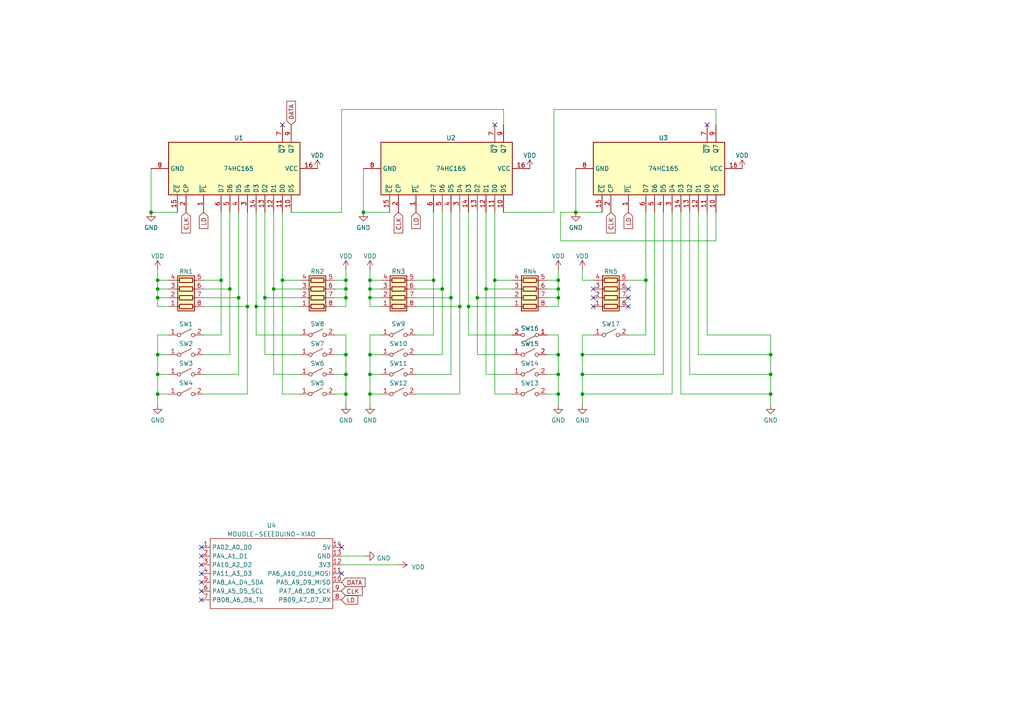
<source format=kicad_sch>
(kicad_sch (version 20230121) (generator eeschema)

  (uuid 893d1fde-ccd6-4922-b427-8124e9456b89)

  (paper "A4")

  (lib_symbols
    (symbol "74xx:74HC165" (in_bom yes) (on_board yes)
      (property "Reference" "U" (at -7.62 19.05 0)
        (effects (font (size 1.27 1.27)))
      )
      (property "Value" "74HC165" (at -7.62 -21.59 0)
        (effects (font (size 1.27 1.27)))
      )
      (property "Footprint" "" (at 0 0 0)
        (effects (font (size 1.27 1.27)) hide)
      )
      (property "Datasheet" "https://assets.nexperia.com/documents/data-sheet/74HC_HCT165.pdf" (at 0 0 0)
        (effects (font (size 1.27 1.27)) hide)
      )
      (property "ki_keywords" "8 bit shift register parallel load cmos" (at 0 0 0)
        (effects (font (size 1.27 1.27)) hide)
      )
      (property "ki_description" "Shift Register, 8-bit, Parallel Load" (at 0 0 0)
        (effects (font (size 1.27 1.27)) hide)
      )
      (property "ki_fp_filters" "DIP?16* SO*16*3.9x9.9mm*P1.27mm* SSOP*16*5.3x6.2mm*P0.65mm* TSSOP*16*4.4x5mm*P0.65*" (at 0 0 0)
        (effects (font (size 1.27 1.27)) hide)
      )
      (symbol "74HC165_1_0"
        (pin input line (at -12.7 -10.16 0) (length 5.08)
          (name "~{PL}" (effects (font (size 1.27 1.27))))
          (number "1" (effects (font (size 1.27 1.27))))
        )
        (pin input line (at -12.7 15.24 0) (length 5.08)
          (name "DS" (effects (font (size 1.27 1.27))))
          (number "10" (effects (font (size 1.27 1.27))))
        )
        (pin input line (at -12.7 12.7 0) (length 5.08)
          (name "D0" (effects (font (size 1.27 1.27))))
          (number "11" (effects (font (size 1.27 1.27))))
        )
        (pin input line (at -12.7 10.16 0) (length 5.08)
          (name "D1" (effects (font (size 1.27 1.27))))
          (number "12" (effects (font (size 1.27 1.27))))
        )
        (pin input line (at -12.7 7.62 0) (length 5.08)
          (name "D2" (effects (font (size 1.27 1.27))))
          (number "13" (effects (font (size 1.27 1.27))))
        )
        (pin input line (at -12.7 5.08 0) (length 5.08)
          (name "D3" (effects (font (size 1.27 1.27))))
          (number "14" (effects (font (size 1.27 1.27))))
        )
        (pin input line (at -12.7 -17.78 0) (length 5.08)
          (name "~{CE}" (effects (font (size 1.27 1.27))))
          (number "15" (effects (font (size 1.27 1.27))))
        )
        (pin power_in line (at 0 22.86 270) (length 5.08)
          (name "VCC" (effects (font (size 1.27 1.27))))
          (number "16" (effects (font (size 1.27 1.27))))
        )
        (pin input line (at -12.7 -15.24 0) (length 5.08)
          (name "CP" (effects (font (size 1.27 1.27))))
          (number "2" (effects (font (size 1.27 1.27))))
        )
        (pin input line (at -12.7 2.54 0) (length 5.08)
          (name "D4" (effects (font (size 1.27 1.27))))
          (number "3" (effects (font (size 1.27 1.27))))
        )
        (pin input line (at -12.7 0 0) (length 5.08)
          (name "D5" (effects (font (size 1.27 1.27))))
          (number "4" (effects (font (size 1.27 1.27))))
        )
        (pin input line (at -12.7 -2.54 0) (length 5.08)
          (name "D6" (effects (font (size 1.27 1.27))))
          (number "5" (effects (font (size 1.27 1.27))))
        )
        (pin input line (at -12.7 -5.08 0) (length 5.08)
          (name "D7" (effects (font (size 1.27 1.27))))
          (number "6" (effects (font (size 1.27 1.27))))
        )
        (pin output line (at 12.7 12.7 180) (length 5.08)
          (name "~{Q7}" (effects (font (size 1.27 1.27))))
          (number "7" (effects (font (size 1.27 1.27))))
        )
        (pin power_in line (at 0 -25.4 90) (length 5.08)
          (name "GND" (effects (font (size 1.27 1.27))))
          (number "8" (effects (font (size 1.27 1.27))))
        )
        (pin output line (at 12.7 15.24 180) (length 5.08)
          (name "Q7" (effects (font (size 1.27 1.27))))
          (number "9" (effects (font (size 1.27 1.27))))
        )
      )
      (symbol "74HC165_1_1"
        (rectangle (start -7.62 17.78) (end 7.62 -20.32)
          (stroke (width 0.254) (type default))
          (fill (type background))
        )
      )
    )
    (symbol "Device:R_Pack04" (pin_names (offset 0) hide) (in_bom yes) (on_board yes)
      (property "Reference" "RN" (at -7.62 0 90)
        (effects (font (size 1.27 1.27)))
      )
      (property "Value" "R_Pack04" (at 5.08 0 90)
        (effects (font (size 1.27 1.27)))
      )
      (property "Footprint" "" (at 6.985 0 90)
        (effects (font (size 1.27 1.27)) hide)
      )
      (property "Datasheet" "~" (at 0 0 0)
        (effects (font (size 1.27 1.27)) hide)
      )
      (property "ki_keywords" "R network parallel topology isolated" (at 0 0 0)
        (effects (font (size 1.27 1.27)) hide)
      )
      (property "ki_description" "4 resistor network, parallel topology" (at 0 0 0)
        (effects (font (size 1.27 1.27)) hide)
      )
      (property "ki_fp_filters" "DIP* SOIC* R*Array*Concave* R*Array*Convex*" (at 0 0 0)
        (effects (font (size 1.27 1.27)) hide)
      )
      (symbol "R_Pack04_0_1"
        (rectangle (start -6.35 -2.413) (end 3.81 2.413)
          (stroke (width 0.254) (type default))
          (fill (type background))
        )
        (rectangle (start -5.715 1.905) (end -4.445 -1.905)
          (stroke (width 0.254) (type default))
          (fill (type none))
        )
        (rectangle (start -3.175 1.905) (end -1.905 -1.905)
          (stroke (width 0.254) (type default))
          (fill (type none))
        )
        (rectangle (start -0.635 1.905) (end 0.635 -1.905)
          (stroke (width 0.254) (type default))
          (fill (type none))
        )
        (polyline
          (pts
            (xy -5.08 -2.54)
            (xy -5.08 -1.905)
          )
          (stroke (width 0) (type default))
          (fill (type none))
        )
        (polyline
          (pts
            (xy -5.08 1.905)
            (xy -5.08 2.54)
          )
          (stroke (width 0) (type default))
          (fill (type none))
        )
        (polyline
          (pts
            (xy -2.54 -2.54)
            (xy -2.54 -1.905)
          )
          (stroke (width 0) (type default))
          (fill (type none))
        )
        (polyline
          (pts
            (xy -2.54 1.905)
            (xy -2.54 2.54)
          )
          (stroke (width 0) (type default))
          (fill (type none))
        )
        (polyline
          (pts
            (xy 0 -2.54)
            (xy 0 -1.905)
          )
          (stroke (width 0) (type default))
          (fill (type none))
        )
        (polyline
          (pts
            (xy 0 1.905)
            (xy 0 2.54)
          )
          (stroke (width 0) (type default))
          (fill (type none))
        )
        (polyline
          (pts
            (xy 2.54 -2.54)
            (xy 2.54 -1.905)
          )
          (stroke (width 0) (type default))
          (fill (type none))
        )
        (polyline
          (pts
            (xy 2.54 1.905)
            (xy 2.54 2.54)
          )
          (stroke (width 0) (type default))
          (fill (type none))
        )
        (rectangle (start 1.905 1.905) (end 3.175 -1.905)
          (stroke (width 0.254) (type default))
          (fill (type none))
        )
      )
      (symbol "R_Pack04_1_1"
        (pin passive line (at -5.08 -5.08 90) (length 2.54)
          (name "R1.1" (effects (font (size 1.27 1.27))))
          (number "1" (effects (font (size 1.27 1.27))))
        )
        (pin passive line (at -2.54 -5.08 90) (length 2.54)
          (name "R2.1" (effects (font (size 1.27 1.27))))
          (number "2" (effects (font (size 1.27 1.27))))
        )
        (pin passive line (at 0 -5.08 90) (length 2.54)
          (name "R3.1" (effects (font (size 1.27 1.27))))
          (number "3" (effects (font (size 1.27 1.27))))
        )
        (pin passive line (at 2.54 -5.08 90) (length 2.54)
          (name "R4.1" (effects (font (size 1.27 1.27))))
          (number "4" (effects (font (size 1.27 1.27))))
        )
        (pin passive line (at 2.54 5.08 270) (length 2.54)
          (name "R4.2" (effects (font (size 1.27 1.27))))
          (number "5" (effects (font (size 1.27 1.27))))
        )
        (pin passive line (at 0 5.08 270) (length 2.54)
          (name "R3.2" (effects (font (size 1.27 1.27))))
          (number "6" (effects (font (size 1.27 1.27))))
        )
        (pin passive line (at -2.54 5.08 270) (length 2.54)
          (name "R2.2" (effects (font (size 1.27 1.27))))
          (number "7" (effects (font (size 1.27 1.27))))
        )
        (pin passive line (at -5.08 5.08 270) (length 2.54)
          (name "R1.2" (effects (font (size 1.27 1.27))))
          (number "8" (effects (font (size 1.27 1.27))))
        )
      )
    )
    (symbol "MOUDLE-SEEEDUINO-XIAO:MOUDLE-SEEEDUINO-XIAO" (in_bom yes) (on_board yes)
      (property "Reference" "U" (at -16.51 11.43 0)
        (effects (font (size 1.27 1.27)))
      )
      (property "Value" "MOUDLE-SEEEDUINO-XIAO" (at -3.81 -11.43 0)
        (effects (font (size 1.27 1.27)))
      )
      (property "Footprint" "" (at -16.51 2.54 0)
        (effects (font (size 1.27 1.27)) hide)
      )
      (property "Datasheet" "" (at -16.51 2.54 0)
        (effects (font (size 1.27 1.27)) hide)
      )
      (symbol "MOUDLE-SEEEDUINO-XIAO_0_1"
        (rectangle (start -16.51 10.16) (end 19.05 -10.16)
          (stroke (width 0) (type default))
          (fill (type none))
        )
      )
      (symbol "MOUDLE-SEEEDUINO-XIAO_1_1"
        (pin unspecified line (at -19.05 7.62 0) (length 2.54)
          (name "PA02_A0_D0" (effects (font (size 1.27 1.27))))
          (number "1" (effects (font (size 1.27 1.27))))
        )
        (pin unspecified line (at 21.59 -2.54 180) (length 2.54)
          (name "PA5_A9_D9_MISO" (effects (font (size 1.27 1.27))))
          (number "10" (effects (font (size 1.27 1.27))))
        )
        (pin unspecified line (at 21.59 0 180) (length 2.54)
          (name "PA6_A10_D10_MOSI" (effects (font (size 1.27 1.27))))
          (number "11" (effects (font (size 1.27 1.27))))
        )
        (pin unspecified line (at 21.59 2.54 180) (length 2.54)
          (name "3V3" (effects (font (size 1.27 1.27))))
          (number "12" (effects (font (size 1.27 1.27))))
        )
        (pin unspecified line (at 21.59 5.08 180) (length 2.54)
          (name "GND" (effects (font (size 1.27 1.27))))
          (number "13" (effects (font (size 1.27 1.27))))
        )
        (pin unspecified line (at 21.59 7.62 180) (length 2.54)
          (name "5V" (effects (font (size 1.27 1.27))))
          (number "14" (effects (font (size 1.27 1.27))))
        )
        (pin unspecified line (at -19.05 5.08 0) (length 2.54)
          (name "PA4_A1_D1" (effects (font (size 1.27 1.27))))
          (number "2" (effects (font (size 1.27 1.27))))
        )
        (pin unspecified line (at -19.05 2.54 0) (length 2.54)
          (name "PA10_A2_D2" (effects (font (size 1.27 1.27))))
          (number "3" (effects (font (size 1.27 1.27))))
        )
        (pin unspecified line (at -19.0468 0.0151 0) (length 2.54)
          (name "PA11_A3_D3" (effects (font (size 1.27 1.27))))
          (number "4" (effects (font (size 1.27 1.27))))
        )
        (pin unspecified line (at -19.05 -2.54 0) (length 2.54)
          (name "PA8_A4_D4_SDA" (effects (font (size 1.27 1.27))))
          (number "5" (effects (font (size 1.27 1.27))))
        )
        (pin unspecified line (at -19.05 -5.08 0) (length 2.54)
          (name "PA9_A5_D5_SCL" (effects (font (size 1.27 1.27))))
          (number "6" (effects (font (size 1.27 1.27))))
        )
        (pin unspecified line (at -19.05 -7.62 0) (length 2.54)
          (name "PB08_A6_D6_TX" (effects (font (size 1.27 1.27))))
          (number "7" (effects (font (size 1.27 1.27))))
        )
        (pin unspecified line (at 21.59 -7.62 180) (length 2.54)
          (name "PB09_A7_D7_RX" (effects (font (size 1.27 1.27))))
          (number "8" (effects (font (size 1.27 1.27))))
        )
        (pin unspecified line (at 21.59 -5.08 180) (length 2.54)
          (name "PA7_A8_D8_SCK" (effects (font (size 1.27 1.27))))
          (number "9" (effects (font (size 1.27 1.27))))
        )
      )
    )
    (symbol "Switch:SW_SPST" (pin_names (offset 0) hide) (in_bom yes) (on_board yes)
      (property "Reference" "SW" (at 0 3.175 0)
        (effects (font (size 1.27 1.27)))
      )
      (property "Value" "SW_SPST" (at 0 -2.54 0)
        (effects (font (size 1.27 1.27)))
      )
      (property "Footprint" "" (at 0 0 0)
        (effects (font (size 1.27 1.27)) hide)
      )
      (property "Datasheet" "~" (at 0 0 0)
        (effects (font (size 1.27 1.27)) hide)
      )
      (property "ki_keywords" "switch lever" (at 0 0 0)
        (effects (font (size 1.27 1.27)) hide)
      )
      (property "ki_description" "Single Pole Single Throw (SPST) switch" (at 0 0 0)
        (effects (font (size 1.27 1.27)) hide)
      )
      (symbol "SW_SPST_0_0"
        (circle (center -2.032 0) (radius 0.508)
          (stroke (width 0) (type default))
          (fill (type none))
        )
        (polyline
          (pts
            (xy -1.524 0.254)
            (xy 1.524 1.778)
          )
          (stroke (width 0) (type default))
          (fill (type none))
        )
        (circle (center 2.032 0) (radius 0.508)
          (stroke (width 0) (type default))
          (fill (type none))
        )
      )
      (symbol "SW_SPST_1_1"
        (pin passive line (at -5.08 0 0) (length 2.54)
          (name "A" (effects (font (size 1.27 1.27))))
          (number "1" (effects (font (size 1.27 1.27))))
        )
        (pin passive line (at 5.08 0 180) (length 2.54)
          (name "B" (effects (font (size 1.27 1.27))))
          (number "2" (effects (font (size 1.27 1.27))))
        )
      )
    )
    (symbol "power:GND" (power) (pin_names (offset 0)) (in_bom yes) (on_board yes)
      (property "Reference" "#PWR" (at 0 -6.35 0)
        (effects (font (size 1.27 1.27)) hide)
      )
      (property "Value" "GND" (at 0 -3.81 0)
        (effects (font (size 1.27 1.27)))
      )
      (property "Footprint" "" (at 0 0 0)
        (effects (font (size 1.27 1.27)) hide)
      )
      (property "Datasheet" "" (at 0 0 0)
        (effects (font (size 1.27 1.27)) hide)
      )
      (property "ki_keywords" "global power" (at 0 0 0)
        (effects (font (size 1.27 1.27)) hide)
      )
      (property "ki_description" "Power symbol creates a global label with name \"GND\" , ground" (at 0 0 0)
        (effects (font (size 1.27 1.27)) hide)
      )
      (symbol "GND_0_1"
        (polyline
          (pts
            (xy 0 0)
            (xy 0 -1.27)
            (xy 1.27 -1.27)
            (xy 0 -2.54)
            (xy -1.27 -1.27)
            (xy 0 -1.27)
          )
          (stroke (width 0) (type default))
          (fill (type none))
        )
      )
      (symbol "GND_1_1"
        (pin power_in line (at 0 0 270) (length 0) hide
          (name "GND" (effects (font (size 1.27 1.27))))
          (number "1" (effects (font (size 1.27 1.27))))
        )
      )
    )
    (symbol "power:VDD" (power) (pin_names (offset 0)) (in_bom yes) (on_board yes)
      (property "Reference" "#PWR" (at 0 -3.81 0)
        (effects (font (size 1.27 1.27)) hide)
      )
      (property "Value" "VDD" (at 0 3.81 0)
        (effects (font (size 1.27 1.27)))
      )
      (property "Footprint" "" (at 0 0 0)
        (effects (font (size 1.27 1.27)) hide)
      )
      (property "Datasheet" "" (at 0 0 0)
        (effects (font (size 1.27 1.27)) hide)
      )
      (property "ki_keywords" "global power" (at 0 0 0)
        (effects (font (size 1.27 1.27)) hide)
      )
      (property "ki_description" "Power symbol creates a global label with name \"VDD\"" (at 0 0 0)
        (effects (font (size 1.27 1.27)) hide)
      )
      (symbol "VDD_0_1"
        (polyline
          (pts
            (xy -0.762 1.27)
            (xy 0 2.54)
          )
          (stroke (width 0) (type default))
          (fill (type none))
        )
        (polyline
          (pts
            (xy 0 0)
            (xy 0 2.54)
          )
          (stroke (width 0) (type default))
          (fill (type none))
        )
        (polyline
          (pts
            (xy 0 2.54)
            (xy 0.762 1.27)
          )
          (stroke (width 0) (type default))
          (fill (type none))
        )
      )
      (symbol "VDD_1_1"
        (pin power_in line (at 0 0 90) (length 0) hide
          (name "VDD" (effects (font (size 1.27 1.27))))
          (number "1" (effects (font (size 1.27 1.27))))
        )
      )
    )
  )

  (junction (at 45.72 86.36) (diameter 0) (color 0 0 0 0)
    (uuid 091b4040-50c3-4b2a-b972-a92c0e30a3e9)
  )
  (junction (at 107.315 83.82) (diameter 0) (color 0 0 0 0)
    (uuid 0b710c72-a38c-4b10-a7de-ae072609b9b9)
  )
  (junction (at 143.51 81.28) (diameter 0) (color 0 0 0 0)
    (uuid 12ea9ff9-83e6-4d7e-adcc-b26fc039808a)
  )
  (junction (at 161.925 81.28) (diameter 0) (color 0 0 0 0)
    (uuid 15e971f8-ecd0-42c9-9f11-e295c8bc55fd)
  )
  (junction (at 168.91 114.3) (diameter 0) (color 0 0 0 0)
    (uuid 15f76a09-361e-4388-b57c-5e1a0828ccc9)
  )
  (junction (at 161.925 86.36) (diameter 0) (color 0 0 0 0)
    (uuid 1a5aef61-2766-4830-b524-b206769a96b7)
  )
  (junction (at 140.97 83.82) (diameter 0) (color 0 0 0 0)
    (uuid 1deecced-1959-499f-9f56-4f7ba10a190d)
  )
  (junction (at 161.925 83.82) (diameter 0) (color 0 0 0 0)
    (uuid 277b6e8d-257e-4b02-9477-35251db296fd)
  )
  (junction (at 125.73 81.28) (diameter 0) (color 0 0 0 0)
    (uuid 2da830e6-2fe5-46e3-88ca-ea6087beb08b)
  )
  (junction (at 161.925 102.87) (diameter 0) (color 0 0 0 0)
    (uuid 35f4e86d-d3e6-49be-95db-bfbad8c953d1)
  )
  (junction (at 107.315 81.28) (diameter 0) (color 0 0 0 0)
    (uuid 40488c2c-3299-4f56-9b74-c402f7449159)
  )
  (junction (at 223.52 102.87) (diameter 0) (color 0 0 0 0)
    (uuid 4133f085-9d58-4c6d-b543-d2c1c465a015)
  )
  (junction (at 74.295 88.9) (diameter 0) (color 0 0 0 0)
    (uuid 458ca085-9359-4fb3-94f8-fd4278e9be59)
  )
  (junction (at 187.325 81.28) (diameter 0) (color 0 0 0 0)
    (uuid 473ed07c-9472-4810-91e3-20f5d277fde3)
  )
  (junction (at 100.33 114.3) (diameter 0) (color 0 0 0 0)
    (uuid 4bfee97b-ecd4-4048-838a-39fc5d61c32b)
  )
  (junction (at 167.005 61.595) (diameter 0) (color 0 0 0 0)
    (uuid 5c01ccda-ed6e-4716-ab29-52bd1a86f622)
  )
  (junction (at 45.72 108.585) (diameter 0) (color 0 0 0 0)
    (uuid 5c4a901f-f945-46da-b0f8-fa38be4311ad)
  )
  (junction (at 100.33 108.585) (diameter 0) (color 0 0 0 0)
    (uuid 5dc6d9b6-8511-41b5-b466-21194437cc67)
  )
  (junction (at 45.72 83.82) (diameter 0) (color 0 0 0 0)
    (uuid 60a0ee23-f0a1-49eb-95a3-83fc9ef4fdd1)
  )
  (junction (at 45.72 102.87) (diameter 0) (color 0 0 0 0)
    (uuid 65528869-c60d-4339-89aa-12b7b3b0308c)
  )
  (junction (at 71.755 88.9) (diameter 0) (color 0 0 0 0)
    (uuid 685f7aeb-60a2-49f1-ad9d-43ed8f950032)
  )
  (junction (at 161.925 108.585) (diameter 0) (color 0 0 0 0)
    (uuid 699789df-381b-4457-b2ff-8d08085458b8)
  )
  (junction (at 130.81 86.36) (diameter 0) (color 0 0 0 0)
    (uuid 6a8608c9-4665-4d77-b401-f778b9aa5285)
  )
  (junction (at 223.52 114.3) (diameter 0) (color 0 0 0 0)
    (uuid 6b6b3112-3658-4283-a5e4-ff00155e947e)
  )
  (junction (at 76.835 86.36) (diameter 0) (color 0 0 0 0)
    (uuid 6fdd2c60-ed7d-45c5-ab7d-b5d0a8d9f240)
  )
  (junction (at 161.925 114.3) (diameter 0) (color 0 0 0 0)
    (uuid 71ee246b-1950-40d4-a3ae-07c8593f1fa4)
  )
  (junction (at 168.91 108.585) (diameter 0) (color 0 0 0 0)
    (uuid 73b5c92c-7d1b-4c6a-a01e-c6ee651de396)
  )
  (junction (at 128.27 83.82) (diameter 0) (color 0 0 0 0)
    (uuid 783f4525-40f8-4295-a3d1-624169388b0c)
  )
  (junction (at 138.43 86.36) (diameter 0) (color 0 0 0 0)
    (uuid 805dbd33-7f9a-4449-b325-948dc84b79a8)
  )
  (junction (at 79.375 83.82) (diameter 0) (color 0 0 0 0)
    (uuid 82927fc0-d7e1-4d88-84bd-44143158bb14)
  )
  (junction (at 107.315 108.585) (diameter 0) (color 0 0 0 0)
    (uuid 8c4edfeb-d422-44d0-b4c2-b397e9af536c)
  )
  (junction (at 100.33 81.28) (diameter 0) (color 0 0 0 0)
    (uuid 94f8ec03-459f-4a49-a06c-73c4c6a31dab)
  )
  (junction (at 223.52 108.585) (diameter 0) (color 0 0 0 0)
    (uuid 992a7c15-a831-4ca1-9112-4bde3625c701)
  )
  (junction (at 100.33 83.82) (diameter 0) (color 0 0 0 0)
    (uuid a55c5709-0e83-4718-a58a-447259ad0960)
  )
  (junction (at 107.315 86.36) (diameter 0) (color 0 0 0 0)
    (uuid adc45ccb-560a-43f5-8d84-cc07011e78bd)
  )
  (junction (at 45.72 114.3) (diameter 0) (color 0 0 0 0)
    (uuid c03eb399-4278-4fcd-b9f0-979b8605103f)
  )
  (junction (at 45.72 81.28) (diameter 0) (color 0 0 0 0)
    (uuid c5c5b0ff-536d-45ba-893e-5bbd9cc36785)
  )
  (junction (at 100.33 102.87) (diameter 0) (color 0 0 0 0)
    (uuid c799a0bb-146e-4d13-9294-9ed525a22d03)
  )
  (junction (at 135.89 88.9) (diameter 0) (color 0 0 0 0)
    (uuid cd08327e-72a9-4310-b9cf-54df7dd9378b)
  )
  (junction (at 107.315 102.87) (diameter 0) (color 0 0 0 0)
    (uuid d4a89f37-c6f5-495c-9a6e-686bf1852d10)
  )
  (junction (at 168.91 102.87) (diameter 0) (color 0 0 0 0)
    (uuid d88bd7c1-003c-4dff-8d2a-9bb23f71f804)
  )
  (junction (at 81.915 81.28) (diameter 0) (color 0 0 0 0)
    (uuid dcf56549-4c5d-4fff-99c1-79798c9812c0)
  )
  (junction (at 133.35 88.9) (diameter 0) (color 0 0 0 0)
    (uuid de407c43-7a13-41cf-a32b-e3a7f741451f)
  )
  (junction (at 107.315 114.3) (diameter 0) (color 0 0 0 0)
    (uuid dea45f14-3565-41de-a8e8-98852238e491)
  )
  (junction (at 69.215 86.36) (diameter 0) (color 0 0 0 0)
    (uuid e190a58d-5112-4a09-bdfb-39adc3efbfa2)
  )
  (junction (at 100.33 86.36) (diameter 0) (color 0 0 0 0)
    (uuid e36756c1-9c5a-46fc-908c-9283412ff01f)
  )
  (junction (at 105.41 61.595) (diameter 0) (color 0 0 0 0)
    (uuid e73a6a0d-b3ee-4ee5-819d-ea61ae92e19d)
  )
  (junction (at 66.675 83.82) (diameter 0) (color 0 0 0 0)
    (uuid efafaea4-0957-4717-a09d-f0df342c6ae6)
  )
  (junction (at 43.815 61.595) (diameter 0) (color 0 0 0 0)
    (uuid fca2e417-8b4d-469e-a750-30902ef09f6b)
  )
  (junction (at 64.135 81.28) (diameter 0) (color 0 0 0 0)
    (uuid fd7e58e5-cc2a-4294-b349-c3fe8ddd840a)
  )

  (no_connect (at 99.06 166.37) (uuid 189ec57d-f900-469e-8118-5635eb592225))
  (no_connect (at 58.42 158.75) (uuid 31417bff-85fa-467b-b54c-ea9d44470fa3))
  (no_connect (at 58.42 166.37) (uuid 33022b23-b3f2-41ea-b94f-5fa544835b2a))
  (no_connect (at 172.085 86.36) (uuid 44152805-5410-487b-a2e4-7636d4f6e946))
  (no_connect (at 205.105 36.195) (uuid 6b6e6a4d-7297-4ba7-b37b-8ed0804d0925))
  (no_connect (at 143.51 36.195) (uuid 966d6df3-30d8-4252-934c-70a0637dc66e))
  (no_connect (at 172.085 83.82) (uuid a10cb317-cb34-488c-91a3-88797bd24cd5))
  (no_connect (at 99.06 158.75) (uuid b3f2bd9b-d83d-47b9-bcc1-46512b712af8))
  (no_connect (at 58.42 161.29) (uuid b641e8c4-67cd-4336-9cae-11c63ecd4df7))
  (no_connect (at 182.245 86.36) (uuid bf06b88b-1d90-499f-9982-e223cfb92d00))
  (no_connect (at 58.42 163.83) (uuid c039db70-5f86-4cfb-a6bc-4d7ab1734c1f))
  (no_connect (at 172.085 88.9) (uuid cb535a8f-3dbc-4002-aca7-f8e8ab9010de))
  (no_connect (at 182.245 83.82) (uuid d248ed62-9b69-478f-a86c-7488e2e0eefa))
  (no_connect (at 182.245 88.9) (uuid e49be12c-f9ef-49c5-a622-7ee9414d8555))
  (no_connect (at 58.42 168.91) (uuid e6bb9852-2ddc-499c-bfa3-64a16df421ca))
  (no_connect (at 81.915 36.195) (uuid eae80442-9da0-44f9-bedb-73a0cf27de4b))
  (no_connect (at 58.42 173.99) (uuid fb23bf30-f7fa-4cab-ad9b-11f4a502aa22))
  (no_connect (at 58.42 171.45) (uuid fc3bc3ed-f6f1-41b5-b857-5e7eba6eae14))

  (wire (pts (xy 161.925 81.28) (xy 161.925 78.105))
    (stroke (width 0) (type default))
    (uuid 0564ff65-cf7b-4d54-b834-f74135f19d54)
  )
  (wire (pts (xy 81.915 61.595) (xy 81.915 81.28))
    (stroke (width 0) (type default))
    (uuid 085c7369-98f5-41ea-8737-13ca14f56411)
  )
  (wire (pts (xy 125.73 97.155) (xy 120.65 97.155))
    (stroke (width 0) (type default))
    (uuid 09f76a5c-a2fa-4563-838f-fbf60b7d3d6c)
  )
  (wire (pts (xy 143.51 114.3) (xy 148.59 114.3))
    (stroke (width 0) (type default))
    (uuid 0a4ddb4e-8e88-47b4-b243-8e06d3bd7c3c)
  )
  (wire (pts (xy 43.815 61.595) (xy 51.435 61.595))
    (stroke (width 0) (type default))
    (uuid 0c95f69d-8be1-4ba9-adee-79b615062713)
  )
  (wire (pts (xy 79.375 108.585) (xy 86.995 108.585))
    (stroke (width 0) (type default))
    (uuid 0ddcc9c8-97f7-45e8-841a-ed0e5ab195e8)
  )
  (wire (pts (xy 194.945 61.595) (xy 194.945 114.3))
    (stroke (width 0) (type default))
    (uuid 0f7d3f02-712d-4254-9f65-6208fa4cdf8f)
  )
  (wire (pts (xy 158.75 88.9) (xy 161.925 88.9))
    (stroke (width 0) (type default))
    (uuid 0fe017fa-aba0-4fd8-9ba9-f72ef6ceda13)
  )
  (wire (pts (xy 133.35 61.595) (xy 133.35 88.9))
    (stroke (width 0) (type default))
    (uuid 105493c4-4e61-467c-b721-feedd42a000f)
  )
  (wire (pts (xy 45.72 86.36) (xy 45.72 83.82))
    (stroke (width 0) (type default))
    (uuid 10a10ec5-6797-4b92-aad0-73dca357d552)
  )
  (wire (pts (xy 74.295 88.9) (xy 74.295 97.155))
    (stroke (width 0) (type default))
    (uuid 10bebeae-5b06-4dd3-905f-aa5a4928b38b)
  )
  (wire (pts (xy 105.41 61.595) (xy 113.03 61.595))
    (stroke (width 0) (type default))
    (uuid 126329db-8342-4d36-b351-3ae146326c3c)
  )
  (wire (pts (xy 223.52 102.87) (xy 223.52 108.585))
    (stroke (width 0) (type default))
    (uuid 131a461b-e4ca-4b07-b5bf-b03c876d3f42)
  )
  (wire (pts (xy 107.315 102.87) (xy 107.315 108.585))
    (stroke (width 0) (type default))
    (uuid 17ef4304-fde7-4756-b733-5409248a7ea2)
  )
  (wire (pts (xy 45.72 108.585) (xy 48.895 108.585))
    (stroke (width 0) (type default))
    (uuid 195e46e5-e28b-4df7-af6b-e9265ada73e3)
  )
  (wire (pts (xy 97.155 88.9) (xy 100.33 88.9))
    (stroke (width 0) (type default))
    (uuid 19b3f918-0a24-4dc9-a953-06cdcac12b6a)
  )
  (wire (pts (xy 45.72 114.3) (xy 45.72 117.475))
    (stroke (width 0) (type default))
    (uuid 1a5efa5c-b22b-4869-a1b7-1ed43a08c044)
  )
  (wire (pts (xy 107.315 81.28) (xy 107.315 83.82))
    (stroke (width 0) (type default))
    (uuid 1c293019-87aa-47e8-b7a8-a5dbea143d6f)
  )
  (wire (pts (xy 138.43 61.595) (xy 138.43 86.36))
    (stroke (width 0) (type default))
    (uuid 1c3de8e1-e274-4400-84bc-289d2fda310a)
  )
  (wire (pts (xy 97.155 102.87) (xy 100.33 102.87))
    (stroke (width 0) (type default))
    (uuid 1fcd1417-ba37-46af-a00e-b8fd46ebf505)
  )
  (wire (pts (xy 168.91 102.87) (xy 189.865 102.87))
    (stroke (width 0) (type default))
    (uuid 21087fb1-ccb8-4918-b128-325fb6f51e50)
  )
  (wire (pts (xy 223.52 114.3) (xy 223.52 117.475))
    (stroke (width 0) (type default))
    (uuid 217ccffc-f71c-4048-ad4d-ddc971679361)
  )
  (wire (pts (xy 161.925 108.585) (xy 161.925 114.3))
    (stroke (width 0) (type default))
    (uuid 21af9af9-ddbe-4f9f-9c70-f69c47bcbd0d)
  )
  (wire (pts (xy 207.645 69.85) (xy 162.56 69.85))
    (stroke (width 0) (type default))
    (uuid 242be8b9-473e-4f20-9fc3-0bb2eb21c4ad)
  )
  (wire (pts (xy 43.815 48.895) (xy 43.815 61.595))
    (stroke (width 0) (type default))
    (uuid 250dd7bc-129a-4443-b1f7-795e5b3441d9)
  )
  (wire (pts (xy 66.675 102.87) (xy 59.055 102.87))
    (stroke (width 0) (type default))
    (uuid 2541054a-0e11-4e63-ad25-3f92bb362daf)
  )
  (wire (pts (xy 100.33 114.3) (xy 100.33 117.475))
    (stroke (width 0) (type default))
    (uuid 25b6ef9d-633f-4551-804c-d857f32ca639)
  )
  (wire (pts (xy 130.81 86.36) (xy 130.81 108.585))
    (stroke (width 0) (type default))
    (uuid 266ac5f7-4bb0-49b8-8fc9-217ac7b35f1c)
  )
  (wire (pts (xy 45.72 97.155) (xy 45.72 102.87))
    (stroke (width 0) (type default))
    (uuid 276834e5-7e51-49b2-a565-72e04a9fa9b0)
  )
  (wire (pts (xy 120.65 81.28) (xy 125.73 81.28))
    (stroke (width 0) (type default))
    (uuid 2827ab23-17ee-4ec9-acec-590772a42eed)
  )
  (wire (pts (xy 69.215 108.585) (xy 59.055 108.585))
    (stroke (width 0) (type default))
    (uuid 2ace8471-0a46-46e3-99c2-3d03b91a5a47)
  )
  (wire (pts (xy 140.97 108.585) (xy 148.59 108.585))
    (stroke (width 0) (type default))
    (uuid 2ade6150-2fc7-41d6-895a-7e99b1362924)
  )
  (wire (pts (xy 97.155 86.36) (xy 100.33 86.36))
    (stroke (width 0) (type default))
    (uuid 2b52cb22-c52b-42f2-afd4-2622cdd62b7a)
  )
  (wire (pts (xy 69.215 61.595) (xy 69.215 86.36))
    (stroke (width 0) (type default))
    (uuid 2cf83989-cb40-4385-b258-c62d0c3fefd6)
  )
  (wire (pts (xy 107.315 86.36) (xy 107.315 88.9))
    (stroke (width 0) (type default))
    (uuid 2f8d1111-e213-4643-92dd-8a1de0b66318)
  )
  (wire (pts (xy 107.315 83.82) (xy 107.315 86.36))
    (stroke (width 0) (type default))
    (uuid 32f4f514-485c-42a3-afdd-1226c91b95bf)
  )
  (wire (pts (xy 105.41 48.895) (xy 105.41 61.595))
    (stroke (width 0) (type default))
    (uuid 345c4bf8-24a8-4024-9a81-761966a400a5)
  )
  (wire (pts (xy 100.33 102.87) (xy 100.33 108.585))
    (stroke (width 0) (type default))
    (uuid 37cc5121-291a-4bc8-bbb0-cbe407f49083)
  )
  (wire (pts (xy 162.56 61.595) (xy 167.005 61.595))
    (stroke (width 0) (type default))
    (uuid 381093e3-1c46-49fb-89ba-5eed0fdbb554)
  )
  (wire (pts (xy 107.315 86.36) (xy 110.49 86.36))
    (stroke (width 0) (type default))
    (uuid 3b4358c5-9454-4041-aad2-fad28016c38a)
  )
  (wire (pts (xy 135.89 61.595) (xy 135.89 88.9))
    (stroke (width 0) (type default))
    (uuid 3f0853c9-225e-4534-997a-4df6e93c1c49)
  )
  (wire (pts (xy 133.35 88.9) (xy 133.35 114.3))
    (stroke (width 0) (type default))
    (uuid 3fe9e525-87f1-4570-970f-2cf460ad570d)
  )
  (wire (pts (xy 187.325 61.595) (xy 187.325 81.28))
    (stroke (width 0) (type default))
    (uuid 40f713a7-eaf4-48f0-a676-7fc62baaa68e)
  )
  (wire (pts (xy 97.155 114.3) (xy 100.33 114.3))
    (stroke (width 0) (type default))
    (uuid 4151ab06-c234-406e-a2b6-6197658e1122)
  )
  (wire (pts (xy 100.33 97.155) (xy 100.33 102.87))
    (stroke (width 0) (type default))
    (uuid 437596ea-87c4-49c3-a3e6-f13ff95987f0)
  )
  (wire (pts (xy 97.155 81.28) (xy 100.33 81.28))
    (stroke (width 0) (type default))
    (uuid 4398d4ed-db94-4d05-9154-7e65a1c9d56d)
  )
  (wire (pts (xy 59.055 83.82) (xy 66.675 83.82))
    (stroke (width 0) (type default))
    (uuid 43b64632-6f1a-4894-b6d5-9586f73244f5)
  )
  (wire (pts (xy 81.915 114.3) (xy 86.995 114.3))
    (stroke (width 0) (type default))
    (uuid 4486606a-23e5-4d52-bda3-a7974f83855a)
  )
  (wire (pts (xy 146.05 61.595) (xy 160.655 61.595))
    (stroke (width 0) (type default))
    (uuid 4499d567-e428-486e-9bfc-a0a6faac2167)
  )
  (wire (pts (xy 79.375 83.82) (xy 79.375 108.585))
    (stroke (width 0) (type default))
    (uuid 455a7747-1757-4268-8af1-df35dd6b9ada)
  )
  (wire (pts (xy 133.35 114.3) (xy 120.65 114.3))
    (stroke (width 0) (type default))
    (uuid 4a300464-be5c-425d-8a43-0921be92b6f0)
  )
  (wire (pts (xy 161.925 83.82) (xy 161.925 81.28))
    (stroke (width 0) (type default))
    (uuid 4ace9624-0416-4445-9d07-5c5e0c52cab5)
  )
  (wire (pts (xy 107.315 81.28) (xy 110.49 81.28))
    (stroke (width 0) (type default))
    (uuid 4dfa8d35-4433-4be0-a58c-5d3476734f19)
  )
  (wire (pts (xy 200.025 108.585) (xy 223.52 108.585))
    (stroke (width 0) (type default))
    (uuid 4f642936-8c0d-4344-8ec6-0c84479b6487)
  )
  (wire (pts (xy 168.91 81.28) (xy 168.91 78.105))
    (stroke (width 0) (type default))
    (uuid 4fec68ff-9948-434d-b496-eaa1e10e2978)
  )
  (wire (pts (xy 161.925 102.87) (xy 161.925 108.585))
    (stroke (width 0) (type default))
    (uuid 5053ccf8-08b7-4c28-bb75-c82af0e6f8b0)
  )
  (wire (pts (xy 140.97 61.595) (xy 140.97 83.82))
    (stroke (width 0) (type default))
    (uuid 54ae2774-8652-4851-b8ff-9efb3e0ff309)
  )
  (wire (pts (xy 99.06 31.75) (xy 146.05 31.75))
    (stroke (width 0) (type default))
    (uuid 556a278c-048a-405a-8670-2a5421d7da18)
  )
  (wire (pts (xy 148.59 83.82) (xy 140.97 83.82))
    (stroke (width 0) (type default))
    (uuid 56a8702e-4dc1-468e-8f78-0362789b402a)
  )
  (wire (pts (xy 161.925 88.9) (xy 161.925 86.36))
    (stroke (width 0) (type default))
    (uuid 581dacbf-a8a9-4294-b466-19d4f2dbdb74)
  )
  (wire (pts (xy 187.325 81.28) (xy 187.325 97.155))
    (stroke (width 0) (type default))
    (uuid 58ece066-f30c-468e-9050-4db261131b95)
  )
  (wire (pts (xy 97.155 108.585) (xy 100.33 108.585))
    (stroke (width 0) (type default))
    (uuid 59bf84c7-5a01-4f02-ad13-cb06e4ea25e1)
  )
  (wire (pts (xy 100.33 86.36) (xy 100.33 83.82))
    (stroke (width 0) (type default))
    (uuid 5cf894e9-12f7-4c9a-b594-38b6b7141ca6)
  )
  (wire (pts (xy 45.72 102.87) (xy 45.72 108.585))
    (stroke (width 0) (type default))
    (uuid 6087c055-033a-401a-975b-cb5f3c505dc5)
  )
  (wire (pts (xy 71.755 61.595) (xy 71.755 88.9))
    (stroke (width 0) (type default))
    (uuid 6089d641-00ee-42b1-91e4-ba0465a0c1a3)
  )
  (wire (pts (xy 64.135 97.155) (xy 59.055 97.155))
    (stroke (width 0) (type default))
    (uuid 62135bf0-5fe8-4b67-8059-d0a9127acd6e)
  )
  (wire (pts (xy 97.155 97.155) (xy 100.33 97.155))
    (stroke (width 0) (type default))
    (uuid 623f8019-35f5-41c5-afd7-4dd7a14df19e)
  )
  (wire (pts (xy 107.315 114.3) (xy 110.49 114.3))
    (stroke (width 0) (type default))
    (uuid 635a7970-0312-4d3f-b5f7-26767b733489)
  )
  (wire (pts (xy 59.055 81.28) (xy 64.135 81.28))
    (stroke (width 0) (type default))
    (uuid 63f8b62b-cc79-4aa7-8910-a7dc1dcc207e)
  )
  (wire (pts (xy 45.72 114.3) (xy 48.895 114.3))
    (stroke (width 0) (type default))
    (uuid 69571081-db0f-46bd-9f63-2bb18be6afbc)
  )
  (wire (pts (xy 158.75 102.87) (xy 161.925 102.87))
    (stroke (width 0) (type default))
    (uuid 6a10ded9-0c9b-417d-8de8-9e01e6134e3c)
  )
  (wire (pts (xy 45.72 86.36) (xy 48.895 86.36))
    (stroke (width 0) (type default))
    (uuid 6cd8d928-2e59-4e3f-907b-c3f0d312f997)
  )
  (wire (pts (xy 205.105 97.155) (xy 223.52 97.155))
    (stroke (width 0) (type default))
    (uuid 6d8f002d-e717-4556-a418-85de1086dc66)
  )
  (wire (pts (xy 107.315 102.87) (xy 110.49 102.87))
    (stroke (width 0) (type default))
    (uuid 6d9c9e4c-3a8e-470e-aa00-171d07f0a6ca)
  )
  (wire (pts (xy 128.27 102.87) (xy 120.65 102.87))
    (stroke (width 0) (type default))
    (uuid 6fb9ff99-996b-4b0d-8570-c92494388d09)
  )
  (wire (pts (xy 120.65 86.36) (xy 130.81 86.36))
    (stroke (width 0) (type default))
    (uuid 700494d0-f14c-4354-8564-cb109ac261d0)
  )
  (wire (pts (xy 100.33 81.28) (xy 100.33 78.105))
    (stroke (width 0) (type default))
    (uuid 701691e1-cb5d-493e-a522-deda92719a54)
  )
  (wire (pts (xy 158.75 97.155) (xy 161.925 97.155))
    (stroke (width 0) (type default))
    (uuid 7055e8c0-9847-47cc-83ae-cc89f5c6180b)
  )
  (wire (pts (xy 167.005 48.895) (xy 167.005 61.595))
    (stroke (width 0) (type default))
    (uuid 70bfa6ff-9cad-4adc-8e6b-a56cb905cd73)
  )
  (wire (pts (xy 140.97 83.82) (xy 140.97 108.585))
    (stroke (width 0) (type default))
    (uuid 7453302c-8cb9-4d45-bc50-2cf36ccd1d74)
  )
  (wire (pts (xy 223.52 108.585) (xy 223.52 114.3))
    (stroke (width 0) (type default))
    (uuid 772ff4b7-fac5-4c46-891e-b87084da4f07)
  )
  (wire (pts (xy 192.405 61.595) (xy 192.405 108.585))
    (stroke (width 0) (type default))
    (uuid 779a5c29-b119-44f2-a66b-e443590f877b)
  )
  (wire (pts (xy 100.33 108.585) (xy 100.33 114.3))
    (stroke (width 0) (type default))
    (uuid 78373561-f510-4329-9aac-8ebc94010c3a)
  )
  (wire (pts (xy 45.72 81.28) (xy 45.72 78.105))
    (stroke (width 0) (type default))
    (uuid 79859a9b-8a92-4c41-a59d-3679e0842f3b)
  )
  (wire (pts (xy 86.995 102.87) (xy 76.835 102.87))
    (stroke (width 0) (type default))
    (uuid 7c2cdb6d-64bc-4555-a110-e249b7e725a2)
  )
  (wire (pts (xy 74.295 61.595) (xy 74.295 88.9))
    (stroke (width 0) (type default))
    (uuid 7eb4ef54-413a-486a-b80d-a4828af94f72)
  )
  (wire (pts (xy 187.325 97.155) (xy 182.245 97.155))
    (stroke (width 0) (type default))
    (uuid 7ef6b9df-6074-4961-b288-2e60b400e841)
  )
  (wire (pts (xy 135.89 88.9) (xy 135.89 97.155))
    (stroke (width 0) (type default))
    (uuid 80451a11-d61a-4687-a7eb-98b4e25e0f87)
  )
  (wire (pts (xy 107.315 97.155) (xy 107.315 102.87))
    (stroke (width 0) (type default))
    (uuid 8370ee2c-eeed-40e7-9a50-5a3787b770c9)
  )
  (wire (pts (xy 128.27 83.82) (xy 128.27 102.87))
    (stroke (width 0) (type default))
    (uuid 86158d27-de91-4bab-bead-8844a6768b56)
  )
  (wire (pts (xy 100.33 83.82) (xy 100.33 81.28))
    (stroke (width 0) (type default))
    (uuid 882b8c59-fa35-4797-8b16-4476be3cb642)
  )
  (wire (pts (xy 59.055 88.9) (xy 71.755 88.9))
    (stroke (width 0) (type default))
    (uuid 88c14a74-e5ca-4828-aecd-c322a098952e)
  )
  (wire (pts (xy 143.51 81.28) (xy 143.51 114.3))
    (stroke (width 0) (type default))
    (uuid 88e7ec22-e417-41b1-945e-b68ca94b7c9d)
  )
  (wire (pts (xy 158.75 108.585) (xy 161.925 108.585))
    (stroke (width 0) (type default))
    (uuid 8a3b6640-9618-48f2-bfaa-43e462790a7a)
  )
  (wire (pts (xy 205.105 61.595) (xy 205.105 97.155))
    (stroke (width 0) (type default))
    (uuid 8aca3abf-a9ea-4333-9c28-444661c8b995)
  )
  (wire (pts (xy 45.72 83.82) (xy 48.895 83.82))
    (stroke (width 0) (type default))
    (uuid 8ba209b3-8daf-4b0a-992f-22a05352791f)
  )
  (wire (pts (xy 168.91 114.3) (xy 194.945 114.3))
    (stroke (width 0) (type default))
    (uuid 8c6701dc-7d5b-42e9-b2cd-e69ea3442a1c)
  )
  (wire (pts (xy 223.52 97.155) (xy 223.52 102.87))
    (stroke (width 0) (type default))
    (uuid 93a549be-08f0-40c0-8b77-2dc2433e66f8)
  )
  (wire (pts (xy 110.49 97.155) (xy 107.315 97.155))
    (stroke (width 0) (type default))
    (uuid 9592291e-1799-4b6a-a1c2-0f2c23c8984c)
  )
  (wire (pts (xy 158.75 86.36) (xy 161.925 86.36))
    (stroke (width 0) (type default))
    (uuid 971a3505-1bc2-44af-ba2b-5b83f23f32a1)
  )
  (wire (pts (xy 99.06 161.29) (xy 106.045 161.29))
    (stroke (width 0) (type default))
    (uuid 9889228e-0aca-425e-9bf0-f8d0cdc0fdfb)
  )
  (wire (pts (xy 148.59 81.28) (xy 143.51 81.28))
    (stroke (width 0) (type default))
    (uuid 9a9dc267-ada3-4c78-bfc1-4930480b1225)
  )
  (wire (pts (xy 81.915 81.28) (xy 81.915 114.3))
    (stroke (width 0) (type default))
    (uuid 9bb6d914-a375-4b0c-aca2-a9c00caae5d0)
  )
  (wire (pts (xy 74.295 97.155) (xy 86.995 97.155))
    (stroke (width 0) (type default))
    (uuid 9ecd2988-0f3a-4a43-a971-8a0297475f30)
  )
  (wire (pts (xy 99.06 163.83) (xy 115.57 163.83))
    (stroke (width 0) (type default))
    (uuid 9f466080-f33c-48df-9fde-f647edf91601)
  )
  (wire (pts (xy 71.755 114.3) (xy 59.055 114.3))
    (stroke (width 0) (type default))
    (uuid a1dfd316-7614-47af-a41b-96e9ba2b32a4)
  )
  (wire (pts (xy 160.655 61.595) (xy 160.655 31.75))
    (stroke (width 0) (type default))
    (uuid a25b1aab-3ffa-401b-b7d2-e2d8bfb425cb)
  )
  (wire (pts (xy 202.565 102.87) (xy 223.52 102.87))
    (stroke (width 0) (type default))
    (uuid a316cbcf-5fca-43a3-87f8-a16a7596d7f9)
  )
  (wire (pts (xy 107.315 78.105) (xy 107.315 81.28))
    (stroke (width 0) (type default))
    (uuid a3a486a3-f87b-4e6d-8511-489d190c2291)
  )
  (wire (pts (xy 128.27 61.595) (xy 128.27 83.82))
    (stroke (width 0) (type default))
    (uuid a5109185-1232-416b-b09d-b9238a9f42d1)
  )
  (wire (pts (xy 167.005 61.595) (xy 174.625 61.595))
    (stroke (width 0) (type default))
    (uuid a87daf7a-88e4-4c0f-8822-33e41ebe5861)
  )
  (wire (pts (xy 189.865 61.595) (xy 189.865 102.87))
    (stroke (width 0) (type default))
    (uuid a9eaf389-a02c-4b95-9080-c6a523527a17)
  )
  (wire (pts (xy 59.055 86.36) (xy 69.215 86.36))
    (stroke (width 0) (type default))
    (uuid ab152a4f-c665-4f43-a655-57bc9dba0dbd)
  )
  (wire (pts (xy 125.73 61.595) (xy 125.73 81.28))
    (stroke (width 0) (type default))
    (uuid abb27cbf-1a40-457f-8632-c994ffd18a77)
  )
  (wire (pts (xy 64.135 81.28) (xy 64.135 97.155))
    (stroke (width 0) (type default))
    (uuid adb56cca-16c7-4f0f-8b70-e5c02a0e66a1)
  )
  (wire (pts (xy 161.925 114.3) (xy 161.925 117.475))
    (stroke (width 0) (type default))
    (uuid adc2c6bb-ccc6-439a-b0ed-9c5a77ed670b)
  )
  (wire (pts (xy 158.75 83.82) (xy 161.925 83.82))
    (stroke (width 0) (type default))
    (uuid afa65331-92fe-4c81-a264-ee599c772204)
  )
  (wire (pts (xy 99.06 61.595) (xy 99.06 31.75))
    (stroke (width 0) (type default))
    (uuid b1813625-a9f2-4327-8321-18be8bad33ae)
  )
  (wire (pts (xy 168.91 102.87) (xy 168.91 108.585))
    (stroke (width 0) (type default))
    (uuid b1df6fab-83b8-47ab-a945-a0b55b82c715)
  )
  (wire (pts (xy 161.925 86.36) (xy 161.925 83.82))
    (stroke (width 0) (type default))
    (uuid b262893e-69c0-4a8f-ba83-e089d518077e)
  )
  (wire (pts (xy 81.915 81.28) (xy 86.995 81.28))
    (stroke (width 0) (type default))
    (uuid b3650c29-b87d-4cf4-95b3-e62bf18bddf3)
  )
  (wire (pts (xy 197.485 114.3) (xy 223.52 114.3))
    (stroke (width 0) (type default))
    (uuid b51f1c26-1bfe-43dd-b6df-0002b75a12df)
  )
  (wire (pts (xy 172.085 81.28) (xy 168.91 81.28))
    (stroke (width 0) (type default))
    (uuid b58e7410-936b-40fa-a024-50c9c971f54d)
  )
  (wire (pts (xy 168.91 108.585) (xy 192.405 108.585))
    (stroke (width 0) (type default))
    (uuid b8ffa2a7-d0ae-49bf-944d-e41d56795052)
  )
  (wire (pts (xy 148.59 86.36) (xy 138.43 86.36))
    (stroke (width 0) (type default))
    (uuid b910acb7-b93f-484c-8b0f-4b38b7dc6f83)
  )
  (wire (pts (xy 107.315 114.3) (xy 107.315 117.475))
    (stroke (width 0) (type default))
    (uuid b9cdf166-c163-4634-969a-3d8dcdc5489c)
  )
  (wire (pts (xy 107.315 83.82) (xy 110.49 83.82))
    (stroke (width 0) (type default))
    (uuid bc966bb3-c1a1-44cc-84eb-f21b5251e0a1)
  )
  (wire (pts (xy 84.455 61.595) (xy 99.06 61.595))
    (stroke (width 0) (type default))
    (uuid bdde545a-7e92-4481-bc3d-f4e446be3552)
  )
  (wire (pts (xy 48.895 88.9) (xy 45.72 88.9))
    (stroke (width 0) (type default))
    (uuid bf5762d3-8616-4318-8dee-68889f1dfee0)
  )
  (wire (pts (xy 100.33 88.9) (xy 100.33 86.36))
    (stroke (width 0) (type default))
    (uuid c1ce715d-637e-44c1-a609-f6e0901754e6)
  )
  (wire (pts (xy 79.375 61.595) (xy 79.375 83.82))
    (stroke (width 0) (type default))
    (uuid c4b812af-1188-4ee7-b598-08e051668b42)
  )
  (wire (pts (xy 48.895 97.155) (xy 45.72 97.155))
    (stroke (width 0) (type default))
    (uuid c9263a31-bfd0-4705-a089-2fffd677a790)
  )
  (wire (pts (xy 45.72 81.28) (xy 48.895 81.28))
    (stroke (width 0) (type default))
    (uuid c9b0069c-957e-4688-b045-6d625dfcf763)
  )
  (wire (pts (xy 207.645 31.75) (xy 207.645 36.195))
    (stroke (width 0) (type default))
    (uuid c9e44cbd-4d02-4195-96f8-851a1fd6ca04)
  )
  (wire (pts (xy 71.755 88.9) (xy 71.755 114.3))
    (stroke (width 0) (type default))
    (uuid cc754b19-0578-4a67-8049-f1b1ec426ce3)
  )
  (wire (pts (xy 162.56 69.85) (xy 162.56 61.595))
    (stroke (width 0) (type default))
    (uuid ccbb7583-3eec-4460-b2f1-37269da85f54)
  )
  (wire (pts (xy 45.72 102.87) (xy 48.895 102.87))
    (stroke (width 0) (type default))
    (uuid ccf376e7-5f8a-40cc-a160-ba8c2b8bc000)
  )
  (wire (pts (xy 200.025 61.595) (xy 200.025 108.585))
    (stroke (width 0) (type default))
    (uuid cf33246f-a008-4a16-96e4-830ccdd770ac)
  )
  (wire (pts (xy 76.835 86.36) (xy 86.995 86.36))
    (stroke (width 0) (type default))
    (uuid d1675b2e-51aa-4917-bbde-c1553d12feca)
  )
  (wire (pts (xy 143.51 61.595) (xy 143.51 81.28))
    (stroke (width 0) (type default))
    (uuid d3d4ae9d-3ca9-42ee-b12c-757ca8258eb6)
  )
  (wire (pts (xy 120.65 88.9) (xy 133.35 88.9))
    (stroke (width 0) (type default))
    (uuid d500aeba-6501-4ec6-a4c1-d0e96a6a185b)
  )
  (wire (pts (xy 197.485 61.595) (xy 197.485 114.3))
    (stroke (width 0) (type default))
    (uuid d562e024-e850-477f-920a-bc2af1a3739f)
  )
  (wire (pts (xy 202.565 61.595) (xy 202.565 102.87))
    (stroke (width 0) (type default))
    (uuid d5fd5e54-5c5f-4f6a-b2de-02e9c215617f)
  )
  (wire (pts (xy 168.91 114.3) (xy 168.91 117.475))
    (stroke (width 0) (type default))
    (uuid d6c664ea-8bb1-4dd7-b1de-8635c3a4a897)
  )
  (wire (pts (xy 120.65 83.82) (xy 128.27 83.82))
    (stroke (width 0) (type default))
    (uuid d8b83dba-2ff0-478d-b7a0-8618ae88f1a8)
  )
  (wire (pts (xy 182.245 81.28) (xy 187.325 81.28))
    (stroke (width 0) (type default))
    (uuid d95de58e-8b06-4a65-9eb7-2d163a7cc848)
  )
  (wire (pts (xy 146.05 31.75) (xy 146.05 36.195))
    (stroke (width 0) (type default))
    (uuid d98ed703-3390-448a-bfdc-36f739afb1a9)
  )
  (wire (pts (xy 107.315 108.585) (xy 110.49 108.585))
    (stroke (width 0) (type default))
    (uuid db2abeb3-7524-4774-aec0-82710a10955b)
  )
  (wire (pts (xy 107.315 88.9) (xy 110.49 88.9))
    (stroke (width 0) (type default))
    (uuid e033ff65-0fb4-4782-903f-79ef67c4f6bf)
  )
  (wire (pts (xy 66.675 83.82) (xy 66.675 102.87))
    (stroke (width 0) (type default))
    (uuid e1610473-8ac9-4e28-b96f-dd4322a0fb9b)
  )
  (wire (pts (xy 107.315 108.585) (xy 107.315 114.3))
    (stroke (width 0) (type default))
    (uuid e2719578-af01-49c3-be25-410888bdf7cb)
  )
  (wire (pts (xy 158.75 81.28) (xy 161.925 81.28))
    (stroke (width 0) (type default))
    (uuid e4a4f8e7-f224-4bb2-8b23-6b7fbae73e16)
  )
  (wire (pts (xy 160.655 31.75) (xy 207.645 31.75))
    (stroke (width 0) (type default))
    (uuid e510834f-84f6-4380-8fe8-341bebd89852)
  )
  (wire (pts (xy 207.645 61.595) (xy 207.645 69.85))
    (stroke (width 0) (type default))
    (uuid e64858ed-14bd-42f9-836e-3d49f59de1b3)
  )
  (wire (pts (xy 45.72 108.585) (xy 45.72 114.3))
    (stroke (width 0) (type default))
    (uuid e72f78f7-a49b-47e6-9600-b745fc65f26f)
  )
  (wire (pts (xy 45.72 88.9) (xy 45.72 86.36))
    (stroke (width 0) (type default))
    (uuid e7dec1d4-2291-4211-ad39-2dda91afa5b9)
  )
  (wire (pts (xy 74.295 88.9) (xy 86.995 88.9))
    (stroke (width 0) (type default))
    (uuid e98a8a11-d77b-4ad2-ad1c-5bb7c82e86a7)
  )
  (wire (pts (xy 161.925 97.155) (xy 161.925 102.87))
    (stroke (width 0) (type default))
    (uuid ea20460e-f5da-4cbd-8453-90011b370d16)
  )
  (wire (pts (xy 168.91 97.155) (xy 168.91 102.87))
    (stroke (width 0) (type default))
    (uuid eb6c148a-adb6-4aab-ac61-7fdb67f4a7b2)
  )
  (wire (pts (xy 158.75 114.3) (xy 161.925 114.3))
    (stroke (width 0) (type default))
    (uuid edf7e633-b91f-45aa-860a-33d551bea9b0)
  )
  (wire (pts (xy 79.375 83.82) (xy 86.995 83.82))
    (stroke (width 0) (type default))
    (uuid ee756f7b-b700-425c-861d-b61a560504f1)
  )
  (wire (pts (xy 168.91 108.585) (xy 168.91 114.3))
    (stroke (width 0) (type default))
    (uuid ef71043f-72dc-478e-9d7e-75d936c31f85)
  )
  (wire (pts (xy 76.835 86.36) (xy 76.835 102.87))
    (stroke (width 0) (type default))
    (uuid eff0bec0-5300-4639-bd9f-c7cb33b0fbc1)
  )
  (wire (pts (xy 66.675 61.595) (xy 66.675 83.82))
    (stroke (width 0) (type default))
    (uuid f0c84897-6bf2-4c5c-ae34-e5da8dec8ad1)
  )
  (wire (pts (xy 45.72 83.82) (xy 45.72 81.28))
    (stroke (width 0) (type default))
    (uuid f0e4f474-5f63-4955-b69a-eb2ce011254d)
  )
  (wire (pts (xy 135.89 97.155) (xy 148.59 97.155))
    (stroke (width 0) (type default))
    (uuid f1a99c66-deaf-4d95-9b1b-1d11d5afe7f1)
  )
  (wire (pts (xy 172.085 97.155) (xy 168.91 97.155))
    (stroke (width 0) (type default))
    (uuid f37b827e-3343-4843-84cc-1591be03840b)
  )
  (wire (pts (xy 130.81 108.585) (xy 120.65 108.585))
    (stroke (width 0) (type default))
    (uuid f6132730-e26b-4659-b126-e1e3425a9c4f)
  )
  (wire (pts (xy 130.81 61.595) (xy 130.81 86.36))
    (stroke (width 0) (type default))
    (uuid f740c47d-9bee-4714-9b9a-23e327bdb497)
  )
  (wire (pts (xy 64.135 61.595) (xy 64.135 81.28))
    (stroke (width 0) (type default))
    (uuid f7d26677-3f70-49ba-80de-99f8d9f6c573)
  )
  (wire (pts (xy 76.835 61.595) (xy 76.835 86.36))
    (stroke (width 0) (type default))
    (uuid f94bafa8-73f0-41fa-b2f5-0843828b1d13)
  )
  (wire (pts (xy 138.43 102.87) (xy 148.59 102.87))
    (stroke (width 0) (type default))
    (uuid fbd8c7ae-f9de-4c96-a59d-ac7b2653f977)
  )
  (wire (pts (xy 97.155 83.82) (xy 100.33 83.82))
    (stroke (width 0) (type default))
    (uuid fc0abe4a-4943-4bdb-a267-f6294d3cb66c)
  )
  (wire (pts (xy 69.215 86.36) (xy 69.215 108.585))
    (stroke (width 0) (type default))
    (uuid fc0f0ccc-6600-4404-acd8-50adc7aca525)
  )
  (wire (pts (xy 138.43 86.36) (xy 138.43 102.87))
    (stroke (width 0) (type default))
    (uuid fc110703-80be-4a6d-8d7a-bab396f07d17)
  )
  (wire (pts (xy 148.59 88.9) (xy 135.89 88.9))
    (stroke (width 0) (type default))
    (uuid fd162a71-6bdf-4c26-9264-e49e3929172b)
  )
  (wire (pts (xy 125.73 81.28) (xy 125.73 97.155))
    (stroke (width 0) (type default))
    (uuid ff7d6758-ee88-489c-bf91-6d41d9aa1006)
  )

  (global_label "LD" (shape input) (at 99.06 173.99 0) (fields_autoplaced)
    (effects (font (size 1.27 1.27)) (justify left))
    (uuid 1bc2855e-e0f4-4254-af72-45601723d87e)
    (property "Intersheetrefs" "${INTERSHEET_REFS}" (at 104.2639 173.99 0)
      (effects (font (size 1.27 1.27)) (justify left) hide)
    )
  )
  (global_label "LD" (shape input) (at 182.245 61.595 270) (fields_autoplaced)
    (effects (font (size 1.27 1.27)) (justify right))
    (uuid 43dbbd6d-d6ca-461c-9e80-06bdc7cb91ed)
    (property "Intersheetrefs" "${INTERSHEET_REFS}" (at 182.245 66.7989 90)
      (effects (font (size 1.27 1.27)) (justify right) hide)
    )
  )
  (global_label "CLK" (shape input) (at 177.165 61.595 270) (fields_autoplaced)
    (effects (font (size 1.27 1.27)) (justify right))
    (uuid 550cb896-2614-492e-b31b-fca70847882e)
    (property "Intersheetrefs" "${INTERSHEET_REFS}" (at 177.165 68.0689 90)
      (effects (font (size 1.27 1.27)) (justify right) hide)
    )
  )
  (global_label "LD" (shape input) (at 120.65 61.595 270) (fields_autoplaced)
    (effects (font (size 1.27 1.27)) (justify right))
    (uuid 56f8b393-f3e6-4698-a6e1-9308c3ea3020)
    (property "Intersheetrefs" "${INTERSHEET_REFS}" (at 120.65 66.7989 90)
      (effects (font (size 1.27 1.27)) (justify right) hide)
    )
  )
  (global_label "CLK" (shape input) (at 99.06 171.45 0) (fields_autoplaced)
    (effects (font (size 1.27 1.27)) (justify left))
    (uuid 58d7e431-3c56-4387-9730-31596d8e1055)
    (property "Intersheetrefs" "${INTERSHEET_REFS}" (at 105.5339 171.45 0)
      (effects (font (size 1.27 1.27)) (justify left) hide)
    )
  )
  (global_label "DATA" (shape input) (at 84.455 36.195 90) (fields_autoplaced)
    (effects (font (size 1.27 1.27)) (justify left))
    (uuid 77c82265-a47e-496c-910b-1ba1b11c70ec)
    (property "Intersheetrefs" "${INTERSHEET_REFS}" (at 84.455 28.8744 90)
      (effects (font (size 1.27 1.27)) (justify left) hide)
    )
  )
  (global_label "DATA" (shape input) (at 99.06 168.91 0) (fields_autoplaced)
    (effects (font (size 1.27 1.27)) (justify left))
    (uuid aaa5d9ac-3b17-4681-a93f-731635117790)
    (property "Intersheetrefs" "${INTERSHEET_REFS}" (at 106.3806 168.91 0)
      (effects (font (size 1.27 1.27)) (justify left) hide)
    )
  )
  (global_label "CLK" (shape input) (at 115.57 61.595 270) (fields_autoplaced)
    (effects (font (size 1.27 1.27)) (justify right))
    (uuid b98a29d8-271e-4baa-ab0f-06a17b79eacf)
    (property "Intersheetrefs" "${INTERSHEET_REFS}" (at 115.57 68.0689 90)
      (effects (font (size 1.27 1.27)) (justify right) hide)
    )
  )
  (global_label "LD" (shape input) (at 59.055 61.595 270) (fields_autoplaced)
    (effects (font (size 1.27 1.27)) (justify right))
    (uuid dec66752-bcfc-4c9e-804c-8766afd47fea)
    (property "Intersheetrefs" "${INTERSHEET_REFS}" (at 59.055 66.7989 90)
      (effects (font (size 1.27 1.27)) (justify right) hide)
    )
  )
  (global_label "CLK" (shape input) (at 53.975 61.595 270) (fields_autoplaced)
    (effects (font (size 1.27 1.27)) (justify right))
    (uuid ef17a42e-f93e-4ace-bdad-7afac1f65e16)
    (property "Intersheetrefs" "${INTERSHEET_REFS}" (at 53.975 68.0689 90)
      (effects (font (size 1.27 1.27)) (justify right) hide)
    )
  )

  (symbol (lib_id "74xx:74HC165") (at 192.405 48.895 270) (mirror x) (unit 1)
    (in_bom yes) (on_board yes) (dnp no)
    (uuid 00a606d5-1ba9-406e-8e91-b51cc42af0da)
    (property "Reference" "U3" (at 192.405 40.005 90)
      (effects (font (size 1.27 1.27)))
    )
    (property "Value" "74HC165" (at 192.405 48.895 90)
      (effects (font (size 1.27 1.27)))
    )
    (property "Footprint" "Package_SO:TSSOP-16_4.4x5mm_P0.65mm" (at 192.405 48.895 0)
      (effects (font (size 1.27 1.27)) hide)
    )
    (property "Datasheet" "https://assets.nexperia.com/documents/data-sheet/74HC_HCT165.pdf" (at 192.405 48.895 0)
      (effects (font (size 1.27 1.27)) hide)
    )
    (property "LCSC" "C80696" (at 192.405 48.895 90)
      (effects (font (size 1.27 1.27)) hide)
    )
    (pin "1" (uuid 419a5d88-68e0-4978-a90a-781bed8388f5))
    (pin "10" (uuid 16c6e560-c351-4e11-b53a-ed94990bafc5))
    (pin "11" (uuid 2d9fd7f8-746d-42e8-a126-2df195718752))
    (pin "12" (uuid 8a31652e-1d45-4900-9756-5780ee98f410))
    (pin "13" (uuid 6849b4ea-1fdb-4c29-8a30-9fcdbe497a89))
    (pin "14" (uuid 9ecaf4a5-e64a-43a7-a5d4-5bcda6abc5d8))
    (pin "15" (uuid 60412b48-5c47-4c7c-a6ad-d4ce2ad524f3))
    (pin "16" (uuid 3ee65075-f244-4462-a101-991a29e07e4c))
    (pin "2" (uuid ca302ec1-d1b8-4262-aae6-fcacbdeb2875))
    (pin "3" (uuid 6c21e55d-e5c1-470b-a34b-55505922f406))
    (pin "4" (uuid 6a64cbb0-d30b-4015-af8e-df553f999644))
    (pin "5" (uuid b656135f-a7b2-4b9a-b5f2-c26f7e89fbcd))
    (pin "6" (uuid 3ad94c7f-d1e3-4fda-bec1-425638ac63db))
    (pin "7" (uuid 0a5275e8-ebc2-4c71-8b7c-3c3fc99b2406))
    (pin "8" (uuid 33c90492-d78f-4a56-b925-8f9d2a38a085))
    (pin "9" (uuid 1052ed5b-f029-4003-85bf-4bc04072ad9b))
    (instances
      (project "Pherk-numpad"
        (path "/893d1fde-ccd6-4922-b427-8124e9456b89"
          (reference "U3") (unit 1)
        )
      )
    )
  )

  (symbol (lib_id "Switch:SW_SPST") (at 92.075 97.155 0) (unit 1)
    (in_bom yes) (on_board yes) (dnp no)
    (uuid 06a5af39-88fd-4173-b22a-b0aa189b2dc9)
    (property "Reference" "SW8" (at 92.075 93.98 0)
      (effects (font (size 1.27 1.27)))
    )
    (property "Value" "SW_SPST" (at 92.075 94.615 0)
      (effects (font (size 1.27 1.27)) hide)
    )
    (property "Footprint" "MX_Hotswap:MX-Hotswap-1U" (at 92.075 97.155 0)
      (effects (font (size 1.27 1.27)) hide)
    )
    (property "Datasheet" "~" (at 92.075 97.155 0)
      (effects (font (size 1.27 1.27)) hide)
    )
    (pin "1" (uuid b03cd3b5-cd78-410c-9aab-07897283c058))
    (pin "2" (uuid 700d4453-d67f-4a1f-aad0-1375772f54b0))
    (instances
      (project "Pherk-numpad"
        (path "/893d1fde-ccd6-4922-b427-8124e9456b89"
          (reference "SW8") (unit 1)
        )
      )
    )
  )

  (symbol (lib_id "Switch:SW_SPST") (at 153.67 97.155 180) (unit 1)
    (in_bom yes) (on_board yes) (dnp no)
    (uuid 0aa9095f-6cd5-4838-b7de-54b06f62a480)
    (property "Reference" "SW16" (at 153.67 95.25 0)
      (effects (font (size 1.27 1.27)))
    )
    (property "Value" "SW_SPST" (at 153.67 99.695 0)
      (effects (font (size 1.27 1.27)) hide)
    )
    (property "Footprint" "MX_Hotswap:MX-Hotswap-1U" (at 153.67 97.155 0)
      (effects (font (size 1.27 1.27)) hide)
    )
    (property "Datasheet" "~" (at 153.67 97.155 0)
      (effects (font (size 1.27 1.27)) hide)
    )
    (pin "1" (uuid b54ed559-1354-4c89-8e87-89542126b2d1))
    (pin "2" (uuid fcbb38ad-8739-4653-b761-140f0be45dee))
    (instances
      (project "Pherk-numpad"
        (path "/893d1fde-ccd6-4922-b427-8124e9456b89"
          (reference "SW16") (unit 1)
        )
      )
    )
  )

  (symbol (lib_id "Switch:SW_SPST") (at 53.975 114.3 0) (unit 1)
    (in_bom yes) (on_board yes) (dnp no)
    (uuid 138cc98f-e020-4a2c-bb3d-8617ce80bb73)
    (property "Reference" "SW4" (at 53.975 111.125 0)
      (effects (font (size 1.27 1.27)))
    )
    (property "Value" "SW_SPST" (at 53.975 111.76 0)
      (effects (font (size 1.27 1.27)) hide)
    )
    (property "Footprint" "MX_Hotswap:MX-Hotswap-1U" (at 53.975 114.3 0)
      (effects (font (size 1.27 1.27)) hide)
    )
    (property "Datasheet" "~" (at 53.975 114.3 0)
      (effects (font (size 1.27 1.27)) hide)
    )
    (pin "1" (uuid d923caa6-891b-4214-9e84-ca09cc2f6619))
    (pin "2" (uuid b4f8cdb3-7cfa-4346-985d-4919830a9f90))
    (instances
      (project "Pherk-numpad"
        (path "/893d1fde-ccd6-4922-b427-8124e9456b89"
          (reference "SW4") (unit 1)
        )
      )
    )
  )

  (symbol (lib_id "Device:R_Pack04") (at 177.165 83.82 270) (mirror x) (unit 1)
    (in_bom yes) (on_board yes) (dnp no)
    (uuid 1f6b4238-dd12-426d-953c-3c0c22c405a7)
    (property "Reference" "RN5" (at 177.165 78.74 90)
      (effects (font (size 1.27 1.27)))
    )
    (property "Value" "R_Pack04" (at 177.165 91.44 90)
      (effects (font (size 1.27 1.27)) hide)
    )
    (property "Footprint" "Resistor_SMD:R_Array_Convex_4x0603" (at 177.165 76.835 90)
      (effects (font (size 1.27 1.27)) hide)
    )
    (property "Datasheet" "~" (at 177.165 83.82 0)
      (effects (font (size 1.27 1.27)) hide)
    )
    (property "LCSC" "C29718" (at 177.165 83.82 90)
      (effects (font (size 1.27 1.27)) hide)
    )
    (pin "1" (uuid c2a4af4e-daa1-49c2-930b-e16ed46b659f))
    (pin "2" (uuid a449c4d6-7ece-4baf-a0dc-17963d2312f1))
    (pin "3" (uuid 2a8dc628-777d-46f0-9726-6c06b3cbc415))
    (pin "4" (uuid 7436d04c-8c44-459c-a295-b0d3ad4b75e1))
    (pin "5" (uuid 8fe643d8-14b7-49b7-8884-beff4d47baaa))
    (pin "6" (uuid 429af703-754e-45cb-b911-19212a30fedf))
    (pin "7" (uuid bf1fbadb-4ed1-4b89-a299-f142849c9063))
    (pin "8" (uuid 8afc448c-7763-4884-8b88-441b214120ed))
    (instances
      (project "Pherk-numpad"
        (path "/893d1fde-ccd6-4922-b427-8124e9456b89"
          (reference "RN5") (unit 1)
        )
      )
    )
  )

  (symbol (lib_id "MOUDLE-SEEEDUINO-XIAO:MOUDLE-SEEEDUINO-XIAO") (at 77.47 166.37 0) (unit 1)
    (in_bom yes) (on_board yes) (dnp no) (fields_autoplaced)
    (uuid 28108252-758a-405e-a246-d2053dc227dd)
    (property "Reference" "U4" (at 78.74 152.4 0)
      (effects (font (size 1.27 1.27)))
    )
    (property "Value" "MOUDLE-SEEEDUINO-XIAO" (at 78.74 154.94 0)
      (effects (font (size 1.27 1.27)))
    )
    (property "Footprint" "RP2040_pinheader:rp2040" (at 60.96 163.83 0)
      (effects (font (size 1.27 1.27)) hide)
    )
    (property "Datasheet" "" (at 60.96 163.83 0)
      (effects (font (size 1.27 1.27)) hide)
    )
    (pin "1" (uuid 4ed3164b-2d27-4f22-87f3-17b35e4f6258))
    (pin "10" (uuid 7e71459c-4ec7-4da2-b3f7-c755a05b61a4))
    (pin "11" (uuid 11585360-631f-434f-9935-d06b5c00f5d0))
    (pin "12" (uuid bf2b9263-84e5-44ae-985c-56460f65410e))
    (pin "13" (uuid 0e77b4f2-cefd-4eab-82f5-36229a0c2aa7))
    (pin "14" (uuid c4f49832-7b25-4254-bc86-d5eed5e34726))
    (pin "2" (uuid 63713b15-b5a8-40fc-a649-344a8cc0c4d4))
    (pin "3" (uuid cad76d97-2fc9-445f-8445-5ba637c9447c))
    (pin "4" (uuid acf5ff90-59fc-401c-982a-3c75a81fad25))
    (pin "5" (uuid 82245bed-8e93-492e-917a-43959e3b5b33))
    (pin "6" (uuid 490ca2d1-9c45-43bd-b43d-35f3b95e2467))
    (pin "7" (uuid 86b285dd-0d24-4266-84ff-31d170cef72f))
    (pin "8" (uuid 1e217b84-7b61-45d2-83c2-24cfa656996f))
    (pin "9" (uuid 843c86b2-2694-481f-8bc4-4552dab60bf0))
    (instances
      (project "Pherk-numpad"
        (path "/893d1fde-ccd6-4922-b427-8124e9456b89"
          (reference "U4") (unit 1)
        )
      )
    )
  )

  (symbol (lib_id "power:GND") (at 107.315 117.475 0) (unit 1)
    (in_bom yes) (on_board yes) (dnp no) (fields_autoplaced)
    (uuid 321d54df-dfd6-4484-917f-42228b930614)
    (property "Reference" "#PWR09" (at 107.315 123.825 0)
      (effects (font (size 1.27 1.27)) hide)
    )
    (property "Value" "GND" (at 107.315 121.92 0)
      (effects (font (size 1.27 1.27)))
    )
    (property "Footprint" "" (at 107.315 117.475 0)
      (effects (font (size 1.27 1.27)) hide)
    )
    (property "Datasheet" "" (at 107.315 117.475 0)
      (effects (font (size 1.27 1.27)) hide)
    )
    (pin "1" (uuid 029a3b4a-b845-400f-80ef-9ba2d2dae80d))
    (instances
      (project "Pherk-numpad"
        (path "/893d1fde-ccd6-4922-b427-8124e9456b89"
          (reference "#PWR09") (unit 1)
        )
      )
    )
  )

  (symbol (lib_id "power:GND") (at 105.41 61.595 0) (unit 1)
    (in_bom yes) (on_board yes) (dnp no) (fields_autoplaced)
    (uuid 41039a4e-3fff-46ef-a3b9-941aecca1c8d)
    (property "Reference" "#PWR03" (at 105.41 67.945 0)
      (effects (font (size 1.27 1.27)) hide)
    )
    (property "Value" "GND" (at 105.41 66.04 0)
      (effects (font (size 1.27 1.27)))
    )
    (property "Footprint" "" (at 105.41 61.595 0)
      (effects (font (size 1.27 1.27)) hide)
    )
    (property "Datasheet" "" (at 105.41 61.595 0)
      (effects (font (size 1.27 1.27)) hide)
    )
    (pin "1" (uuid c5c126a7-004d-4a46-a724-b89542c1701e))
    (instances
      (project "Pherk-numpad"
        (path "/893d1fde-ccd6-4922-b427-8124e9456b89"
          (reference "#PWR03") (unit 1)
        )
      )
    )
  )

  (symbol (lib_id "power:VDD") (at 168.91 78.105 0) (unit 1)
    (in_bom yes) (on_board yes) (dnp no) (fields_autoplaced)
    (uuid 41a7b315-33ab-48ae-995f-144655016fbb)
    (property "Reference" "#PWR017" (at 168.91 81.915 0)
      (effects (font (size 1.27 1.27)) hide)
    )
    (property "Value" "+3V3" (at 168.91 74.295 0)
      (effects (font (size 1.27 1.27)))
    )
    (property "Footprint" "" (at 168.91 78.105 0)
      (effects (font (size 1.27 1.27)) hide)
    )
    (property "Datasheet" "" (at 168.91 78.105 0)
      (effects (font (size 1.27 1.27)) hide)
    )
    (pin "1" (uuid 566b8543-0323-4783-a849-c74209fb0b88))
    (instances
      (project "Pherk-numpad"
        (path "/893d1fde-ccd6-4922-b427-8124e9456b89"
          (reference "#PWR017") (unit 1)
        )
      )
    )
  )

  (symbol (lib_id "power:GND") (at 168.91 117.475 0) (unit 1)
    (in_bom yes) (on_board yes) (dnp no) (fields_autoplaced)
    (uuid 56ea59d5-3e48-4ebe-980a-6746da84d63e)
    (property "Reference" "#PWR011" (at 168.91 123.825 0)
      (effects (font (size 1.27 1.27)) hide)
    )
    (property "Value" "GND" (at 168.91 121.92 0)
      (effects (font (size 1.27 1.27)))
    )
    (property "Footprint" "" (at 168.91 117.475 0)
      (effects (font (size 1.27 1.27)) hide)
    )
    (property "Datasheet" "" (at 168.91 117.475 0)
      (effects (font (size 1.27 1.27)) hide)
    )
    (pin "1" (uuid 0dee08a0-9574-4ad2-b2b1-502b4d0e5758))
    (instances
      (project "Pherk-numpad"
        (path "/893d1fde-ccd6-4922-b427-8124e9456b89"
          (reference "#PWR011") (unit 1)
        )
      )
    )
  )

  (symbol (lib_id "power:GND") (at 106.045 161.29 90) (unit 1)
    (in_bom yes) (on_board yes) (dnp no) (fields_autoplaced)
    (uuid 594ed487-97fb-41df-88ec-b19ccdbc7b41)
    (property "Reference" "#PWR049" (at 112.395 161.29 0)
      (effects (font (size 1.27 1.27)) hide)
    )
    (property "Value" "GND" (at 109.22 161.925 90)
      (effects (font (size 1.27 1.27)) (justify right))
    )
    (property "Footprint" "" (at 106.045 161.29 0)
      (effects (font (size 1.27 1.27)) hide)
    )
    (property "Datasheet" "" (at 106.045 161.29 0)
      (effects (font (size 1.27 1.27)) hide)
    )
    (pin "1" (uuid cab8bf33-cc31-494c-b7f2-df357561e1df))
    (instances
      (project "HEP"
        (path "/30f4bca5-2ec0-40d7-86ba-c1d5ac1fdda7"
          (reference "#PWR049") (unit 1)
        )
      )
      (project "Pherk-numpad"
        (path "/893d1fde-ccd6-4922-b427-8124e9456b89"
          (reference "#PWR018") (unit 1)
        )
      )
    )
  )

  (symbol (lib_id "power:GND") (at 45.72 117.475 0) (unit 1)
    (in_bom yes) (on_board yes) (dnp no) (fields_autoplaced)
    (uuid 5a1d1c91-741d-45c9-8603-5b6307a64487)
    (property "Reference" "#PWR07" (at 45.72 123.825 0)
      (effects (font (size 1.27 1.27)) hide)
    )
    (property "Value" "GND" (at 45.72 121.92 0)
      (effects (font (size 1.27 1.27)))
    )
    (property "Footprint" "" (at 45.72 117.475 0)
      (effects (font (size 1.27 1.27)) hide)
    )
    (property "Datasheet" "" (at 45.72 117.475 0)
      (effects (font (size 1.27 1.27)) hide)
    )
    (pin "1" (uuid d9e05afb-438a-4295-9233-fa0fd53cd894))
    (instances
      (project "Pherk-numpad"
        (path "/893d1fde-ccd6-4922-b427-8124e9456b89"
          (reference "#PWR07") (unit 1)
        )
      )
    )
  )

  (symbol (lib_id "Switch:SW_SPST") (at 115.57 108.585 0) (unit 1)
    (in_bom yes) (on_board yes) (dnp no)
    (uuid 5e8f4fb0-56f9-41e1-8b7f-faab9e347e46)
    (property "Reference" "SW11" (at 115.57 105.41 0)
      (effects (font (size 1.27 1.27)))
    )
    (property "Value" "SW_SPST" (at 115.57 106.045 0)
      (effects (font (size 1.27 1.27)) hide)
    )
    (property "Footprint" "MX_Hotswap:MX-Hotswap-1U" (at 115.57 108.585 0)
      (effects (font (size 1.27 1.27)) hide)
    )
    (property "Datasheet" "~" (at 115.57 108.585 0)
      (effects (font (size 1.27 1.27)) hide)
    )
    (pin "1" (uuid 4642c967-14c4-4f55-8cb0-7f3176182769))
    (pin "2" (uuid 5cd700c1-832a-416f-9f41-3ef1e1058b42))
    (instances
      (project "Pherk-numpad"
        (path "/893d1fde-ccd6-4922-b427-8124e9456b89"
          (reference "SW11") (unit 1)
        )
      )
    )
  )

  (symbol (lib_id "power:VDD") (at 100.33 78.105 0) (unit 1)
    (in_bom yes) (on_board yes) (dnp no) (fields_autoplaced)
    (uuid 6117375d-9fea-4d78-92b0-349565d0499b)
    (property "Reference" "#PWR013" (at 100.33 81.915 0)
      (effects (font (size 1.27 1.27)) hide)
    )
    (property "Value" "+3V3" (at 100.33 74.295 0)
      (effects (font (size 1.27 1.27)))
    )
    (property "Footprint" "" (at 100.33 78.105 0)
      (effects (font (size 1.27 1.27)) hide)
    )
    (property "Datasheet" "" (at 100.33 78.105 0)
      (effects (font (size 1.27 1.27)) hide)
    )
    (pin "1" (uuid 1d536dea-6265-410b-aca6-3840f9981f58))
    (instances
      (project "Pherk-numpad"
        (path "/893d1fde-ccd6-4922-b427-8124e9456b89"
          (reference "#PWR013") (unit 1)
        )
      )
    )
  )

  (symbol (lib_id "Switch:SW_SPST") (at 92.075 108.585 0) (unit 1)
    (in_bom yes) (on_board yes) (dnp no)
    (uuid 620eadfb-8ee7-4434-a0fd-e0b8666f4059)
    (property "Reference" "SW6" (at 92.075 105.41 0)
      (effects (font (size 1.27 1.27)))
    )
    (property "Value" "SW_SPST" (at 92.075 106.045 0)
      (effects (font (size 1.27 1.27)) hide)
    )
    (property "Footprint" "MX_Hotswap:MX-Hotswap-1U" (at 92.075 108.585 0)
      (effects (font (size 1.27 1.27)) hide)
    )
    (property "Datasheet" "~" (at 92.075 108.585 0)
      (effects (font (size 1.27 1.27)) hide)
    )
    (pin "1" (uuid 7bac16cc-6362-4951-83b5-b61aa10d4112))
    (pin "2" (uuid d32cdbbc-93fc-4c56-8343-e1c2d9fb5a9b))
    (instances
      (project "Pherk-numpad"
        (path "/893d1fde-ccd6-4922-b427-8124e9456b89"
          (reference "SW6") (unit 1)
        )
      )
    )
  )

  (symbol (lib_id "Switch:SW_SPST") (at 92.075 114.3 0) (unit 1)
    (in_bom yes) (on_board yes) (dnp no)
    (uuid 671b1f85-493e-493b-a6ea-ee175b81ad18)
    (property "Reference" "SW5" (at 92.075 111.125 0)
      (effects (font (size 1.27 1.27)))
    )
    (property "Value" "SW_SPST" (at 92.075 111.76 0)
      (effects (font (size 1.27 1.27)) hide)
    )
    (property "Footprint" "MX_Hotswap:MX-Hotswap-1U" (at 92.075 114.3 0)
      (effects (font (size 1.27 1.27)) hide)
    )
    (property "Datasheet" "~" (at 92.075 114.3 0)
      (effects (font (size 1.27 1.27)) hide)
    )
    (pin "1" (uuid 386e1c88-833e-4924-baae-effd8043518c))
    (pin "2" (uuid 95f97036-3e5d-40c0-8809-553997f6b16c))
    (instances
      (project "Pherk-numpad"
        (path "/893d1fde-ccd6-4922-b427-8124e9456b89"
          (reference "SW5") (unit 1)
        )
      )
    )
  )

  (symbol (lib_id "74xx:74HC165") (at 130.81 48.895 270) (mirror x) (unit 1)
    (in_bom yes) (on_board yes) (dnp no)
    (uuid 7133dae1-e2af-4cd2-bc34-fe8ba45c6793)
    (property "Reference" "U2" (at 130.81 40.005 90)
      (effects (font (size 1.27 1.27)))
    )
    (property "Value" "74HC165" (at 130.81 48.895 90)
      (effects (font (size 1.27 1.27)))
    )
    (property "Footprint" "Package_SO:TSSOP-16_4.4x5mm_P0.65mm" (at 130.81 48.895 0)
      (effects (font (size 1.27 1.27)) hide)
    )
    (property "Datasheet" "https://assets.nexperia.com/documents/data-sheet/74HC_HCT165.pdf" (at 130.81 48.895 0)
      (effects (font (size 1.27 1.27)) hide)
    )
    (property "LCSC" "C80696" (at 130.81 48.895 90)
      (effects (font (size 1.27 1.27)) hide)
    )
    (pin "1" (uuid 5085776b-f80f-41f9-9f93-ab1a510d9c11))
    (pin "10" (uuid 997688a2-867b-48bc-85a3-4e030cbaecda))
    (pin "11" (uuid bcf82505-2100-4b1e-8a7c-ff442a13e477))
    (pin "12" (uuid e1bc363f-1c72-43a5-b189-d9cc85ba40e9))
    (pin "13" (uuid 4647d890-b3f3-40a2-a33f-707f564b3a5a))
    (pin "14" (uuid f8557b0c-0e8b-43f9-ae33-e3015f790f27))
    (pin "15" (uuid 08d1c009-9645-40f0-bf5b-407a02f9b304))
    (pin "16" (uuid 10feba39-c5ab-42f0-82b6-6017239bb7ec))
    (pin "2" (uuid ce9c3bd7-e4a7-4eb9-8cac-82af9798bc3d))
    (pin "3" (uuid b9c5274a-cf27-4645-ab6f-1ae1daf8b431))
    (pin "4" (uuid 60159307-2c62-4094-a696-ea357f363670))
    (pin "5" (uuid 68a45426-2ebc-4182-82cd-e26710892382))
    (pin "6" (uuid 72d73980-8c5a-4dd0-958e-2c4b7b004dcd))
    (pin "7" (uuid 2ac605fd-ea1d-45cd-a794-787a4cff25a8))
    (pin "8" (uuid e7213ba3-9bf2-429a-a542-cc3370ec54e8))
    (pin "9" (uuid 3dc5f4d4-b082-4689-bd3f-3d3113d302c4))
    (instances
      (project "Pherk-numpad"
        (path "/893d1fde-ccd6-4922-b427-8124e9456b89"
          (reference "U2") (unit 1)
        )
      )
    )
  )

  (symbol (lib_id "power:VDD") (at 107.315 78.105 0) (unit 1)
    (in_bom yes) (on_board yes) (dnp no) (fields_autoplaced)
    (uuid 73084e0b-b9ff-4bb9-979c-e86abffbb902)
    (property "Reference" "#PWR014" (at 107.315 81.915 0)
      (effects (font (size 1.27 1.27)) hide)
    )
    (property "Value" "+3V3" (at 107.315 74.295 0)
      (effects (font (size 1.27 1.27)))
    )
    (property "Footprint" "" (at 107.315 78.105 0)
      (effects (font (size 1.27 1.27)) hide)
    )
    (property "Datasheet" "" (at 107.315 78.105 0)
      (effects (font (size 1.27 1.27)) hide)
    )
    (pin "1" (uuid 99aabed0-e307-4390-b3a8-6fa4e2025790))
    (instances
      (project "Pherk-numpad"
        (path "/893d1fde-ccd6-4922-b427-8124e9456b89"
          (reference "#PWR014") (unit 1)
        )
      )
    )
  )

  (symbol (lib_id "Device:R_Pack04") (at 115.57 83.82 270) (mirror x) (unit 1)
    (in_bom yes) (on_board yes) (dnp no)
    (uuid 77923754-736a-4f9f-9bd3-a1a23baadc85)
    (property "Reference" "RN3" (at 115.57 78.74 90)
      (effects (font (size 1.27 1.27)))
    )
    (property "Value" "R_Pack04" (at 115.57 91.44 90)
      (effects (font (size 1.27 1.27)) hide)
    )
    (property "Footprint" "Resistor_SMD:R_Array_Convex_4x0603" (at 115.57 76.835 90)
      (effects (font (size 1.27 1.27)) hide)
    )
    (property "Datasheet" "~" (at 115.57 83.82 0)
      (effects (font (size 1.27 1.27)) hide)
    )
    (property "LCSC" "C29718" (at 115.57 83.82 90)
      (effects (font (size 1.27 1.27)) hide)
    )
    (pin "1" (uuid fd513b05-f9b7-49dd-9b96-765f93b4b606))
    (pin "2" (uuid 136b8bbf-3da9-4312-9d51-084417261f2c))
    (pin "3" (uuid 43cb111f-068f-46a8-afcd-772f12a33eb3))
    (pin "4" (uuid b6aeabee-034c-43e4-8d7b-c0f5514f1e9d))
    (pin "5" (uuid 50881bb6-fab4-4a0a-9c47-fb91255cc69f))
    (pin "6" (uuid efda2b83-ef6d-4215-8c79-fa37dfb63b8f))
    (pin "7" (uuid 0da0bb9e-7335-4974-ac43-e8833cbabd76))
    (pin "8" (uuid 24c099d4-019f-4b80-8c7d-b8dcad80834b))
    (instances
      (project "Pherk-numpad"
        (path "/893d1fde-ccd6-4922-b427-8124e9456b89"
          (reference "RN3") (unit 1)
        )
      )
    )
  )

  (symbol (lib_id "Switch:SW_SPST") (at 53.975 97.155 0) (unit 1)
    (in_bom yes) (on_board yes) (dnp no)
    (uuid 7a15525c-619b-457a-9275-a5f172818a3b)
    (property "Reference" "SW1" (at 53.975 93.98 0)
      (effects (font (size 1.27 1.27)))
    )
    (property "Value" "SW_SPST" (at 53.975 94.615 0)
      (effects (font (size 1.27 1.27)) hide)
    )
    (property "Footprint" "MX_Hotswap:MX-Hotswap-1U" (at 53.975 97.155 0)
      (effects (font (size 1.27 1.27)) hide)
    )
    (property "Datasheet" "~" (at 53.975 97.155 0)
      (effects (font (size 1.27 1.27)) hide)
    )
    (property "LCSC" "C5156480" (at 53.975 97.155 0)
      (effects (font (size 1.27 1.27)) hide)
    )
    (pin "1" (uuid 6decd634-9470-48f1-9626-c74a2c684d1e))
    (pin "2" (uuid ff3590f0-1271-4c91-ae09-adc4a11d2ec6))
    (instances
      (project "Pherk-numpad"
        (path "/893d1fde-ccd6-4922-b427-8124e9456b89"
          (reference "SW1") (unit 1)
        )
      )
    )
  )

  (symbol (lib_id "power:VDD") (at 45.72 78.105 0) (unit 1)
    (in_bom yes) (on_board yes) (dnp no) (fields_autoplaced)
    (uuid 7c61ccd6-7c99-4bca-8a83-bad61aab0985)
    (property "Reference" "#PWR04" (at 45.72 81.915 0)
      (effects (font (size 1.27 1.27)) hide)
    )
    (property "Value" "+3V3" (at 45.72 74.295 0)
      (effects (font (size 1.27 1.27)))
    )
    (property "Footprint" "" (at 45.72 78.105 0)
      (effects (font (size 1.27 1.27)) hide)
    )
    (property "Datasheet" "" (at 45.72 78.105 0)
      (effects (font (size 1.27 1.27)) hide)
    )
    (pin "1" (uuid 666b5546-a9bd-4371-83eb-ea816551205b))
    (instances
      (project "Pherk-numpad"
        (path "/893d1fde-ccd6-4922-b427-8124e9456b89"
          (reference "#PWR04") (unit 1)
        )
      )
    )
  )

  (symbol (lib_id "power:VDD") (at 153.67 48.895 0) (unit 1)
    (in_bom yes) (on_board yes) (dnp no) (fields_autoplaced)
    (uuid 86d10d6a-3c1b-40dd-b975-dc31f5f517ee)
    (property "Reference" "#PWR015" (at 153.67 52.705 0)
      (effects (font (size 1.27 1.27)) hide)
    )
    (property "Value" "+3V3" (at 153.67 45.085 0)
      (effects (font (size 1.27 1.27)))
    )
    (property "Footprint" "" (at 153.67 48.895 0)
      (effects (font (size 1.27 1.27)) hide)
    )
    (property "Datasheet" "" (at 153.67 48.895 0)
      (effects (font (size 1.27 1.27)) hide)
    )
    (pin "1" (uuid 433badad-80c1-43fc-866e-a4437de88589))
    (instances
      (project "Pherk-numpad"
        (path "/893d1fde-ccd6-4922-b427-8124e9456b89"
          (reference "#PWR015") (unit 1)
        )
      )
    )
  )

  (symbol (lib_id "Switch:SW_SPST") (at 153.67 108.585 0) (unit 1)
    (in_bom yes) (on_board yes) (dnp no)
    (uuid 89ef3fb5-88fc-4972-baa2-7f30632b4b8f)
    (property "Reference" "SW14" (at 153.67 105.41 0)
      (effects (font (size 1.27 1.27)))
    )
    (property "Value" "SW_SPST" (at 153.67 106.045 0)
      (effects (font (size 1.27 1.27)) hide)
    )
    (property "Footprint" "MX_Hotswap:MX-Hotswap-2U-Vertical" (at 153.67 108.585 0)
      (effects (font (size 1.27 1.27)) hide)
    )
    (property "Datasheet" "~" (at 153.67 108.585 0)
      (effects (font (size 1.27 1.27)) hide)
    )
    (pin "1" (uuid fcd9611e-cc2b-4103-9d14-41b29272f8c3))
    (pin "2" (uuid c20354e6-55de-486c-a76b-3d29b6dde8ed))
    (instances
      (project "Pherk-numpad"
        (path "/893d1fde-ccd6-4922-b427-8124e9456b89"
          (reference "SW14") (unit 1)
        )
      )
    )
  )

  (symbol (lib_id "Switch:SW_SPST") (at 177.165 97.155 0) (unit 1)
    (in_bom yes) (on_board yes) (dnp no)
    (uuid 8bd698b2-c7fc-4da0-b76a-13c9a3346d12)
    (property "Reference" "SW17" (at 177.165 93.98 0)
      (effects (font (size 1.27 1.27)))
    )
    (property "Value" "SW_SPST" (at 177.165 94.615 0)
      (effects (font (size 1.27 1.27)) hide)
    )
    (property "Footprint" "MX_Hotswap:MX-Hotswap-2U-ReversedStabilizers" (at 177.165 97.155 0)
      (effects (font (size 1.27 1.27)) hide)
    )
    (property "Datasheet" "~" (at 177.165 97.155 0)
      (effects (font (size 1.27 1.27)) hide)
    )
    (pin "1" (uuid e56f288f-c006-40ff-80d0-74c79a300886))
    (pin "2" (uuid 3ae6e434-3dae-47c2-8f5e-97fbdfcf851a))
    (instances
      (project "Pherk-numpad"
        (path "/893d1fde-ccd6-4922-b427-8124e9456b89"
          (reference "SW17") (unit 1)
        )
      )
    )
  )

  (symbol (lib_id "Switch:SW_SPST") (at 115.57 102.87 0) (unit 1)
    (in_bom yes) (on_board yes) (dnp no)
    (uuid 8c49c19d-902e-4d5d-9767-5ef2f9df45e8)
    (property "Reference" "SW10" (at 115.57 99.695 0)
      (effects (font (size 1.27 1.27)))
    )
    (property "Value" "SW_SPST" (at 115.57 100.33 0)
      (effects (font (size 1.27 1.27)) hide)
    )
    (property "Footprint" "MX_Hotswap:MX-Hotswap-1U" (at 115.57 102.87 0)
      (effects (font (size 1.27 1.27)) hide)
    )
    (property "Datasheet" "~" (at 115.57 102.87 0)
      (effects (font (size 1.27 1.27)) hide)
    )
    (pin "1" (uuid 1c0b60d3-2b17-46d9-9d35-1da33ee1c803))
    (pin "2" (uuid d9382808-a6fa-4507-89ab-47d963bf0dc6))
    (instances
      (project "Pherk-numpad"
        (path "/893d1fde-ccd6-4922-b427-8124e9456b89"
          (reference "SW10") (unit 1)
        )
      )
    )
  )

  (symbol (lib_id "power:GND") (at 100.33 117.475 0) (unit 1)
    (in_bom yes) (on_board yes) (dnp no) (fields_autoplaced)
    (uuid 8e818ee0-7994-4ee4-aa1d-0cee85775b5e)
    (property "Reference" "#PWR08" (at 100.33 123.825 0)
      (effects (font (size 1.27 1.27)) hide)
    )
    (property "Value" "GND" (at 100.33 121.92 0)
      (effects (font (size 1.27 1.27)))
    )
    (property "Footprint" "" (at 100.33 117.475 0)
      (effects (font (size 1.27 1.27)) hide)
    )
    (property "Datasheet" "" (at 100.33 117.475 0)
      (effects (font (size 1.27 1.27)) hide)
    )
    (pin "1" (uuid 6a773ede-71ec-4702-8b66-f31a3ce0a751))
    (instances
      (project "Pherk-numpad"
        (path "/893d1fde-ccd6-4922-b427-8124e9456b89"
          (reference "#PWR08") (unit 1)
        )
      )
    )
  )

  (symbol (lib_id "Switch:SW_SPST") (at 53.975 102.87 0) (unit 1)
    (in_bom yes) (on_board yes) (dnp no)
    (uuid 91d1893a-037b-491d-92ab-d0f108177373)
    (property "Reference" "SW2" (at 53.975 99.695 0)
      (effects (font (size 1.27 1.27)))
    )
    (property "Value" "SW_SPST" (at 53.975 100.33 0)
      (effects (font (size 1.27 1.27)) hide)
    )
    (property "Footprint" "MX_Hotswap:MX-Hotswap-1U" (at 53.975 102.87 0)
      (effects (font (size 1.27 1.27)) hide)
    )
    (property "Datasheet" "~" (at 53.975 102.87 0)
      (effects (font (size 1.27 1.27)) hide)
    )
    (pin "1" (uuid 5a41849b-cf51-4e0f-b618-94fc8b15ba2e))
    (pin "2" (uuid b7e36abf-195b-423e-86e9-39b62078a69c))
    (instances
      (project "Pherk-numpad"
        (path "/893d1fde-ccd6-4922-b427-8124e9456b89"
          (reference "SW2") (unit 1)
        )
      )
    )
  )

  (symbol (lib_id "power:VDD") (at 215.265 48.895 0) (unit 1)
    (in_bom yes) (on_board yes) (dnp no) (fields_autoplaced)
    (uuid 94ca204e-a759-4576-88e5-a0182618c393)
    (property "Reference" "#PWR019" (at 215.265 52.705 0)
      (effects (font (size 1.27 1.27)) hide)
    )
    (property "Value" "+3V3" (at 215.265 45.085 0)
      (effects (font (size 1.27 1.27)))
    )
    (property "Footprint" "" (at 215.265 48.895 0)
      (effects (font (size 1.27 1.27)) hide)
    )
    (property "Datasheet" "" (at 215.265 48.895 0)
      (effects (font (size 1.27 1.27)) hide)
    )
    (pin "1" (uuid a9f062bf-2778-4d23-acd2-ee562a6432ab))
    (instances
      (project "Pherk-numpad"
        (path "/893d1fde-ccd6-4922-b427-8124e9456b89"
          (reference "#PWR019") (unit 1)
        )
      )
    )
  )

  (symbol (lib_id "Switch:SW_SPST") (at 153.67 102.87 0) (unit 1)
    (in_bom yes) (on_board yes) (dnp no)
    (uuid 951b4b6a-fe9f-4467-b8a9-5fd26edd8380)
    (property "Reference" "SW15" (at 153.67 99.695 0)
      (effects (font (size 1.27 1.27)))
    )
    (property "Value" "SW_SPST" (at 153.67 100.33 0)
      (effects (font (size 1.27 1.27)) hide)
    )
    (property "Footprint" "MX_Hotswap:MX-Hotswap-2U-Vertical" (at 153.67 102.87 0)
      (effects (font (size 1.27 1.27)) hide)
    )
    (property "Datasheet" "~" (at 153.67 102.87 0)
      (effects (font (size 1.27 1.27)) hide)
    )
    (pin "1" (uuid 8f4e1006-4f7b-4275-8341-4b994b5f012c))
    (pin "2" (uuid 0f48fea4-b63e-4f3c-a0d6-93d157782eea))
    (instances
      (project "Pherk-numpad"
        (path "/893d1fde-ccd6-4922-b427-8124e9456b89"
          (reference "SW15") (unit 1)
        )
      )
    )
  )

  (symbol (lib_id "Switch:SW_SPST") (at 115.57 114.3 0) (unit 1)
    (in_bom yes) (on_board yes) (dnp no)
    (uuid 971f1e48-4f86-4f54-8fd1-c18f1f1ea1ab)
    (property "Reference" "SW12" (at 115.57 111.125 0)
      (effects (font (size 1.27 1.27)))
    )
    (property "Value" "SW_SPST" (at 115.57 111.76 0)
      (effects (font (size 1.27 1.27)) hide)
    )
    (property "Footprint" "MX_Hotswap:MX-Hotswap-1U" (at 115.57 114.3 0)
      (effects (font (size 1.27 1.27)) hide)
    )
    (property "Datasheet" "~" (at 115.57 114.3 0)
      (effects (font (size 1.27 1.27)) hide)
    )
    (pin "1" (uuid e61b045d-c68d-4194-9a9c-a562612e69f7))
    (pin "2" (uuid 9eec17dd-70c4-433a-9012-1d9bb55540c0))
    (instances
      (project "Pherk-numpad"
        (path "/893d1fde-ccd6-4922-b427-8124e9456b89"
          (reference "SW12") (unit 1)
        )
      )
    )
  )

  (symbol (lib_id "Switch:SW_SPST") (at 115.57 97.155 0) (unit 1)
    (in_bom yes) (on_board yes) (dnp no)
    (uuid 97e60406-2717-4b57-a1df-268909fd90c9)
    (property "Reference" "SW9" (at 115.57 93.98 0)
      (effects (font (size 1.27 1.27)))
    )
    (property "Value" "SW_SPST" (at 115.57 94.615 0)
      (effects (font (size 1.27 1.27)) hide)
    )
    (property "Footprint" "MX_Hotswap:MX-Hotswap-1U" (at 115.57 97.155 0)
      (effects (font (size 1.27 1.27)) hide)
    )
    (property "Datasheet" "~" (at 115.57 97.155 0)
      (effects (font (size 1.27 1.27)) hide)
    )
    (pin "1" (uuid c44d1d44-d78a-43d7-8005-033f2aabe475))
    (pin "2" (uuid 87164898-7950-40d8-8970-0157ec212494))
    (instances
      (project "Pherk-numpad"
        (path "/893d1fde-ccd6-4922-b427-8124e9456b89"
          (reference "SW9") (unit 1)
        )
      )
    )
  )

  (symbol (lib_id "Switch:SW_SPST") (at 53.975 108.585 0) (unit 1)
    (in_bom yes) (on_board yes) (dnp no)
    (uuid a97b4932-6ca6-411c-9438-624cd1adfb7a)
    (property "Reference" "SW3" (at 53.975 105.41 0)
      (effects (font (size 1.27 1.27)))
    )
    (property "Value" "SW_SPST" (at 53.975 106.045 0)
      (effects (font (size 1.27 1.27)) hide)
    )
    (property "Footprint" "MX_Hotswap:MX-Hotswap-1U" (at 53.975 108.585 0)
      (effects (font (size 1.27 1.27)) hide)
    )
    (property "Datasheet" "~" (at 53.975 108.585 0)
      (effects (font (size 1.27 1.27)) hide)
    )
    (pin "1" (uuid 4fe0f387-a744-4b26-92d4-525df43d1226))
    (pin "2" (uuid 968df5aa-60e2-4d7c-801c-7f0d6bf6c43a))
    (instances
      (project "Pherk-numpad"
        (path "/893d1fde-ccd6-4922-b427-8124e9456b89"
          (reference "SW3") (unit 1)
        )
      )
    )
  )

  (symbol (lib_id "power:GND") (at 167.005 61.595 0) (unit 1)
    (in_bom yes) (on_board yes) (dnp no) (fields_autoplaced)
    (uuid aba8a235-5a42-4175-8524-c654f3b0c12c)
    (property "Reference" "#PWR05" (at 167.005 67.945 0)
      (effects (font (size 1.27 1.27)) hide)
    )
    (property "Value" "GND" (at 167.005 66.04 0)
      (effects (font (size 1.27 1.27)))
    )
    (property "Footprint" "" (at 167.005 61.595 0)
      (effects (font (size 1.27 1.27)) hide)
    )
    (property "Datasheet" "" (at 167.005 61.595 0)
      (effects (font (size 1.27 1.27)) hide)
    )
    (pin "1" (uuid c35e851a-514e-4544-8516-24b399d1fdac))
    (instances
      (project "Pherk-numpad"
        (path "/893d1fde-ccd6-4922-b427-8124e9456b89"
          (reference "#PWR05") (unit 1)
        )
      )
    )
  )

  (symbol (lib_id "Device:R_Pack04") (at 92.075 83.82 270) (mirror x) (unit 1)
    (in_bom yes) (on_board yes) (dnp no)
    (uuid afa6f6a6-03b6-482d-9760-5d711c1a8908)
    (property "Reference" "RN2" (at 92.075 78.74 90)
      (effects (font (size 1.27 1.27)))
    )
    (property "Value" "R_Pack04" (at 92.075 91.44 90)
      (effects (font (size 1.27 1.27)) hide)
    )
    (property "Footprint" "Resistor_SMD:R_Array_Convex_4x0603" (at 92.075 76.835 90)
      (effects (font (size 1.27 1.27)) hide)
    )
    (property "Datasheet" "~" (at 92.075 83.82 0)
      (effects (font (size 1.27 1.27)) hide)
    )
    (property "LCSC" "C29718" (at 92.075 83.82 90)
      (effects (font (size 1.27 1.27)) hide)
    )
    (pin "1" (uuid 74e3e1ea-52f6-4c14-b33e-c55c6de6bb31))
    (pin "2" (uuid 334ff527-69b5-49e1-92b4-7131e714a4c5))
    (pin "3" (uuid 27bcdca0-84cc-48d4-bfdb-d8d1b06196e3))
    (pin "4" (uuid d044df07-c268-4897-be71-fb697b05da30))
    (pin "5" (uuid 9eba2a7d-1e8d-430a-8091-0095bb832a0a))
    (pin "6" (uuid 988f1218-20af-471f-a91c-14f31e13985b))
    (pin "7" (uuid d8929be0-31e7-4a8d-b177-769762050bed))
    (pin "8" (uuid 15e65f5c-74e7-4988-8062-b23f8ed96d7f))
    (instances
      (project "Pherk-numpad"
        (path "/893d1fde-ccd6-4922-b427-8124e9456b89"
          (reference "RN2") (unit 1)
        )
      )
    )
  )

  (symbol (lib_id "Device:R_Pack04") (at 53.975 83.82 270) (mirror x) (unit 1)
    (in_bom yes) (on_board yes) (dnp no)
    (uuid b382fd65-20af-460d-a022-60baf8f5eb67)
    (property "Reference" "RN1" (at 53.975 78.74 90)
      (effects (font (size 1.27 1.27)))
    )
    (property "Value" "R_Pack04" (at 53.975 91.44 90)
      (effects (font (size 1.27 1.27)) hide)
    )
    (property "Footprint" "Resistor_SMD:R_Array_Convex_4x0603" (at 53.975 76.835 90)
      (effects (font (size 1.27 1.27)) hide)
    )
    (property "Datasheet" "~" (at 53.975 83.82 0)
      (effects (font (size 1.27 1.27)) hide)
    )
    (property "LCSC" "C29718" (at 53.975 83.82 90)
      (effects (font (size 1.27 1.27)) hide)
    )
    (pin "1" (uuid ade6c1f3-f3c3-4cae-a780-35d120682d95))
    (pin "2" (uuid 8c488d9f-433c-4ed7-aca3-d6d40b8d1c9c))
    (pin "3" (uuid 885f3a15-6f3d-449a-9319-975690b63d9d))
    (pin "4" (uuid e3c0f691-1a8d-49c1-9166-d08a2d024032))
    (pin "5" (uuid 3d781cfb-46e0-44de-888e-321970792e20))
    (pin "6" (uuid a3646374-5c42-4a0e-892a-2f0fb04f40e4))
    (pin "7" (uuid 7fea7650-9a32-4f5a-b257-977b6c0c1ab9))
    (pin "8" (uuid a348a03b-a7a9-4baf-8713-bb5d6c921d17))
    (instances
      (project "Pherk-numpad"
        (path "/893d1fde-ccd6-4922-b427-8124e9456b89"
          (reference "RN1") (unit 1)
        )
      )
    )
  )

  (symbol (lib_id "power:VDD") (at 115.57 163.83 270) (unit 1)
    (in_bom yes) (on_board yes) (dnp no) (fields_autoplaced)
    (uuid bf92d44e-14f4-448f-a7bb-d06c3b61ab48)
    (property "Reference" "#PWR02" (at 111.76 163.83 0)
      (effects (font (size 1.27 1.27)) hide)
    )
    (property "Value" "+3V3" (at 119.38 164.465 90)
      (effects (font (size 1.27 1.27)) (justify left))
    )
    (property "Footprint" "" (at 115.57 163.83 0)
      (effects (font (size 1.27 1.27)) hide)
    )
    (property "Datasheet" "" (at 115.57 163.83 0)
      (effects (font (size 1.27 1.27)) hide)
    )
    (pin "1" (uuid c2a693d7-b94c-42d4-9522-494e0ad9a2c2))
    (instances
      (project "Pherk-numpad"
        (path "/893d1fde-ccd6-4922-b427-8124e9456b89"
          (reference "#PWR02") (unit 1)
        )
      )
    )
  )

  (symbol (lib_id "power:GND") (at 43.815 61.595 0) (unit 1)
    (in_bom yes) (on_board yes) (dnp no) (fields_autoplaced)
    (uuid d25a6cab-e299-4164-80bc-5f324e7f8295)
    (property "Reference" "#PWR01" (at 43.815 67.945 0)
      (effects (font (size 1.27 1.27)) hide)
    )
    (property "Value" "GND" (at 43.815 66.04 0)
      (effects (font (size 1.27 1.27)))
    )
    (property "Footprint" "" (at 43.815 61.595 0)
      (effects (font (size 1.27 1.27)) hide)
    )
    (property "Datasheet" "" (at 43.815 61.595 0)
      (effects (font (size 1.27 1.27)) hide)
    )
    (pin "1" (uuid da761fc1-78e0-467f-ad95-12836b62cefd))
    (instances
      (project "Pherk-numpad"
        (path "/893d1fde-ccd6-4922-b427-8124e9456b89"
          (reference "#PWR01") (unit 1)
        )
      )
    )
  )

  (symbol (lib_id "74xx:74HC165") (at 69.215 48.895 270) (mirror x) (unit 1)
    (in_bom yes) (on_board yes) (dnp no)
    (uuid dd778671-cfc6-4536-a32f-5c36df667d95)
    (property "Reference" "U1" (at 69.215 40.005 90)
      (effects (font (size 1.27 1.27)))
    )
    (property "Value" "74HC165" (at 69.215 48.895 90)
      (effects (font (size 1.27 1.27)))
    )
    (property "Footprint" "Package_SO:TSSOP-16_4.4x5mm_P0.65mm" (at 69.215 48.895 0)
      (effects (font (size 1.27 1.27)) hide)
    )
    (property "Datasheet" "https://assets.nexperia.com/documents/data-sheet/74HC_HCT165.pdf" (at 69.215 48.895 0)
      (effects (font (size 1.27 1.27)) hide)
    )
    (property "LCSC" "C80696" (at 69.215 48.895 90)
      (effects (font (size 1.27 1.27)) hide)
    )
    (pin "1" (uuid 4a84a47d-c6d6-48a8-b0d5-d9d8b072afd9))
    (pin "10" (uuid c7ef5d9d-d98e-4741-ac41-c93c0ae919ab))
    (pin "11" (uuid f667cda7-1ff0-45e8-87ec-14049455a25d))
    (pin "12" (uuid 3bdaaf29-052c-49ce-ba4c-962ca1f5d494))
    (pin "13" (uuid 8bfde439-d5a3-4433-9530-ccf92e7edaab))
    (pin "14" (uuid 984851fc-d902-4af2-8c99-b0dc21b93af3))
    (pin "15" (uuid 792463b2-65d2-48d1-9c53-810eac452713))
    (pin "16" (uuid 3daea9d7-1ac0-4d8d-963f-2746fad29ec0))
    (pin "2" (uuid 2f3c0067-baf1-4c53-a037-7a224a733f73))
    (pin "3" (uuid 876af3b9-8447-44fc-8056-50fc195fbd33))
    (pin "4" (uuid bf63208e-24c2-4349-9b9b-c67cdc28d93c))
    (pin "5" (uuid 77f52277-f4a4-47ac-a886-e6a5fb359b44))
    (pin "6" (uuid 1826c790-e06e-4089-ab58-4c95ec79fbcb))
    (pin "7" (uuid ecf1076e-aa20-4bb8-9245-2a51614e6e0d))
    (pin "8" (uuid 8120d2af-e73c-4958-b803-3c58c8bbcd4e))
    (pin "9" (uuid d083941f-5191-4b6a-b81f-0d389a1845f7))
    (instances
      (project "Pherk-numpad"
        (path "/893d1fde-ccd6-4922-b427-8124e9456b89"
          (reference "U1") (unit 1)
        )
      )
    )
  )

  (symbol (lib_id "power:GND") (at 223.52 117.475 0) (unit 1)
    (in_bom yes) (on_board yes) (dnp no) (fields_autoplaced)
    (uuid e509e215-ec45-43ea-8123-b8bfd91dbac2)
    (property "Reference" "#PWR012" (at 223.52 123.825 0)
      (effects (font (size 1.27 1.27)) hide)
    )
    (property "Value" "GND" (at 223.52 121.92 0)
      (effects (font (size 1.27 1.27)))
    )
    (property "Footprint" "" (at 223.52 117.475 0)
      (effects (font (size 1.27 1.27)) hide)
    )
    (property "Datasheet" "" (at 223.52 117.475 0)
      (effects (font (size 1.27 1.27)) hide)
    )
    (pin "1" (uuid 2486dd7e-06b1-4c04-944a-6099a23eb702))
    (instances
      (project "Pherk-numpad"
        (path "/893d1fde-ccd6-4922-b427-8124e9456b89"
          (reference "#PWR012") (unit 1)
        )
      )
    )
  )

  (symbol (lib_id "power:GND") (at 161.925 117.475 0) (unit 1)
    (in_bom yes) (on_board yes) (dnp no) (fields_autoplaced)
    (uuid e58dd65a-2f3a-45a2-993f-764a5bf322e5)
    (property "Reference" "#PWR010" (at 161.925 123.825 0)
      (effects (font (size 1.27 1.27)) hide)
    )
    (property "Value" "GND" (at 161.925 121.92 0)
      (effects (font (size 1.27 1.27)))
    )
    (property "Footprint" "" (at 161.925 117.475 0)
      (effects (font (size 1.27 1.27)) hide)
    )
    (property "Datasheet" "" (at 161.925 117.475 0)
      (effects (font (size 1.27 1.27)) hide)
    )
    (pin "1" (uuid 1d013cdf-2e01-4c0d-86bf-819c930381d9))
    (instances
      (project "Pherk-numpad"
        (path "/893d1fde-ccd6-4922-b427-8124e9456b89"
          (reference "#PWR010") (unit 1)
        )
      )
    )
  )

  (symbol (lib_id "power:VDD") (at 161.925 78.105 0) (unit 1)
    (in_bom yes) (on_board yes) (dnp no) (fields_autoplaced)
    (uuid eab9a34e-b116-4c4c-99db-db5a9923dbf7)
    (property "Reference" "#PWR016" (at 161.925 81.915 0)
      (effects (font (size 1.27 1.27)) hide)
    )
    (property "Value" "+3V3" (at 161.925 74.295 0)
      (effects (font (size 1.27 1.27)))
    )
    (property "Footprint" "" (at 161.925 78.105 0)
      (effects (font (size 1.27 1.27)) hide)
    )
    (property "Datasheet" "" (at 161.925 78.105 0)
      (effects (font (size 1.27 1.27)) hide)
    )
    (pin "1" (uuid 4d84296f-d338-45e2-96e5-27ddafc5205a))
    (instances
      (project "Pherk-numpad"
        (path "/893d1fde-ccd6-4922-b427-8124e9456b89"
          (reference "#PWR016") (unit 1)
        )
      )
    )
  )

  (symbol (lib_id "Switch:SW_SPST") (at 153.67 114.3 0) (unit 1)
    (in_bom yes) (on_board yes) (dnp no)
    (uuid ed28d362-6966-452f-a840-d4d634b04dd5)
    (property "Reference" "SW13" (at 153.67 111.125 0)
      (effects (font (size 1.27 1.27)))
    )
    (property "Value" "SW_SPST" (at 153.67 111.76 0)
      (effects (font (size 1.27 1.27)) hide)
    )
    (property "Footprint" "MX_Hotswap:MX-Hotswap-1U" (at 153.67 114.3 0)
      (effects (font (size 1.27 1.27)) hide)
    )
    (property "Datasheet" "~" (at 153.67 114.3 0)
      (effects (font (size 1.27 1.27)) hide)
    )
    (pin "1" (uuid 01455601-092a-41a5-92d7-060696715763))
    (pin "2" (uuid 35249c98-0852-4642-ab2d-8dcd727db5a8))
    (instances
      (project "Pherk-numpad"
        (path "/893d1fde-ccd6-4922-b427-8124e9456b89"
          (reference "SW13") (unit 1)
        )
      )
    )
  )

  (symbol (lib_id "Switch:SW_SPST") (at 92.075 102.87 0) (unit 1)
    (in_bom yes) (on_board yes) (dnp no)
    (uuid f3cef12c-5c45-4837-bc2c-5cba93153a72)
    (property "Reference" "SW7" (at 92.075 99.695 0)
      (effects (font (size 1.27 1.27)))
    )
    (property "Value" "SW_SPST" (at 92.075 100.33 0)
      (effects (font (size 1.27 1.27)) hide)
    )
    (property "Footprint" "MX_Hotswap:MX-Hotswap-1U" (at 92.075 102.87 0)
      (effects (font (size 1.27 1.27)) hide)
    )
    (property "Datasheet" "~" (at 92.075 102.87 0)
      (effects (font (size 1.27 1.27)) hide)
    )
    (pin "1" (uuid cc15b535-e8af-4d3b-86f5-e2de78ebb099))
    (pin "2" (uuid a3fd26e0-e340-44cf-9ed6-5d17f899d770))
    (instances
      (project "Pherk-numpad"
        (path "/893d1fde-ccd6-4922-b427-8124e9456b89"
          (reference "SW7") (unit 1)
        )
      )
    )
  )

  (symbol (lib_id "Device:R_Pack04") (at 153.67 83.82 270) (mirror x) (unit 1)
    (in_bom yes) (on_board yes) (dnp no)
    (uuid f472b30a-3fa3-401c-8c1a-6b72302b8d66)
    (property "Reference" "RN4" (at 153.67 78.74 90)
      (effects (font (size 1.27 1.27)))
    )
    (property "Value" "R_Pack04" (at 153.67 91.44 90)
      (effects (font (size 1.27 1.27)) hide)
    )
    (property "Footprint" "Resistor_SMD:R_Array_Convex_4x0603" (at 153.67 76.835 90)
      (effects (font (size 1.27 1.27)) hide)
    )
    (property "Datasheet" "~" (at 153.67 83.82 0)
      (effects (font (size 1.27 1.27)) hide)
    )
    (property "LCSC" "C29718" (at 153.67 83.82 90)
      (effects (font (size 1.27 1.27)) hide)
    )
    (pin "1" (uuid c2a426e5-3088-4297-8aef-210d98ae3ee9))
    (pin "2" (uuid 09558a80-43df-47a1-abc1-73848b24d9c8))
    (pin "3" (uuid e8429054-5baa-404e-be5f-5afd03517a6a))
    (pin "4" (uuid c7dc93cc-1101-4b2c-892f-23f4a210905e))
    (pin "5" (uuid 5e1ade2d-94f2-487c-8a7e-56188402b4e9))
    (pin "6" (uuid c4b6991b-2ecb-459c-a2f6-621871b366d5))
    (pin "7" (uuid a343dff3-5018-4782-b33b-05a1d4fe674e))
    (pin "8" (uuid 090450c8-41d5-4409-a9cb-482074858a9d))
    (instances
      (project "Pherk-numpad"
        (path "/893d1fde-ccd6-4922-b427-8124e9456b89"
          (reference "RN4") (unit 1)
        )
      )
    )
  )

  (symbol (lib_id "power:VDD") (at 92.075 48.895 0) (unit 1)
    (in_bom yes) (on_board yes) (dnp no) (fields_autoplaced)
    (uuid f5b3e309-dd8d-4781-9eee-80f5f24eccd9)
    (property "Reference" "#PWR06" (at 92.075 52.705 0)
      (effects (font (size 1.27 1.27)) hide)
    )
    (property "Value" "+3V3" (at 92.075 45.085 0)
      (effects (font (size 1.27 1.27)))
    )
    (property "Footprint" "" (at 92.075 48.895 0)
      (effects (font (size 1.27 1.27)) hide)
    )
    (property "Datasheet" "" (at 92.075 48.895 0)
      (effects (font (size 1.27 1.27)) hide)
    )
    (pin "1" (uuid 9856c2a5-dd84-4b89-9529-5d5c28397c64))
    (instances
      (project "Pherk-numpad"
        (path "/893d1fde-ccd6-4922-b427-8124e9456b89"
          (reference "#PWR06") (unit 1)
        )
      )
    )
  )

  (sheet_instances
    (path "/" (page "1"))
  )
)

</source>
